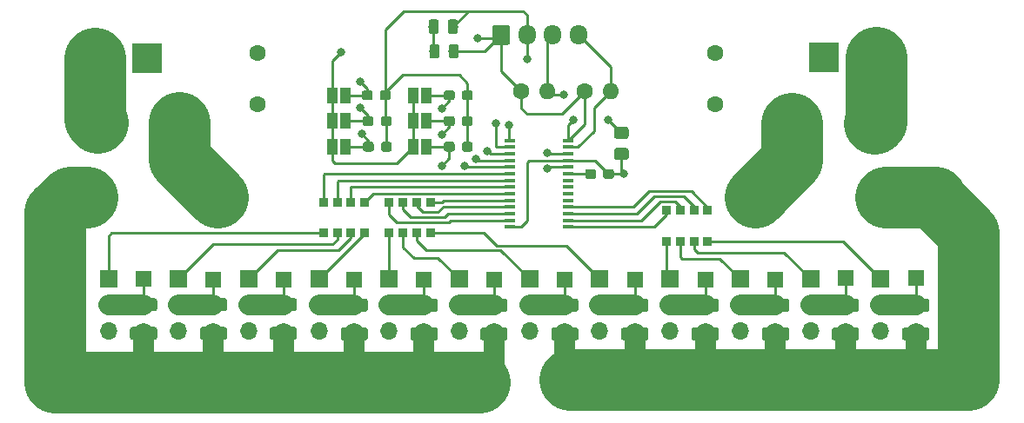
<source format=gbr>
G04 #@! TF.GenerationSoftware,KiCad,Pcbnew,(5.1.2)-2*
G04 #@! TF.CreationDate,2019-10-27T19:51:02+01:00*
G04 #@! TF.ProjectId,Servo_PCB,53657276-6f5f-4504-9342-2e6b69636164,rev?*
G04 #@! TF.SameCoordinates,Original*
G04 #@! TF.FileFunction,Copper,L1,Top*
G04 #@! TF.FilePolarity,Positive*
%FSLAX46Y46*%
G04 Gerber Fmt 4.6, Leading zero omitted, Abs format (unit mm)*
G04 Created by KiCad (PCBNEW (5.1.2)-2) date 2019-10-27 19:51:02*
%MOMM*%
%LPD*%
G04 APERTURE LIST*
%ADD10R,1.500000X1.500000*%
%ADD11O,1.700000X1.700000*%
%ADD12R,1.700000X1.700000*%
%ADD13C,0.100000*%
%ADD14C,1.250000*%
%ADD15C,1.150000*%
%ADD16C,1.600000*%
%ADD17O,3.200000X3.200000*%
%ADD18R,3.200000X3.200000*%
%ADD19O,5.300000X3.800000*%
%ADD20O,5.500000X3.800000*%
%ADD21R,3.000000X3.000000*%
%ADD22C,3.000000*%
%ADD23C,1.700000*%
%ADD24O,1.700000X1.950000*%
%ADD25R,1.000000X1.500000*%
%ADD26R,1.100000X0.400000*%
%ADD27C,0.975000*%
%ADD28C,0.950000*%
%ADD29O,1.600000X1.600000*%
%ADD30R,0.900000X0.900000*%
%ADD31C,0.800000*%
%ADD32C,0.250000*%
%ADD33C,2.000000*%
%ADD34C,6.000000*%
G04 APERTURE END LIST*
D10*
X141250000Y-87400000D03*
X141250000Y-95000000D03*
X134400000Y-87400000D03*
X134400000Y-95000000D03*
X127600000Y-87600000D03*
X127600000Y-95000000D03*
X120750000Y-87600000D03*
X120750000Y-95000000D03*
X113900000Y-87600000D03*
X113900000Y-95000000D03*
X107100000Y-87600000D03*
X107100000Y-95000000D03*
X100200000Y-87600000D03*
X100200000Y-95000000D03*
X93400000Y-87600000D03*
X86600000Y-95000000D03*
X86600000Y-87550000D03*
X93400000Y-95000000D03*
X79750000Y-87550000D03*
X79700000Y-95000000D03*
X72900000Y-87550000D03*
X72900000Y-95000000D03*
X66100000Y-87500000D03*
X66100000Y-95000000D03*
D11*
X137850000Y-92580000D03*
X137850000Y-90040000D03*
D12*
X137850000Y-87500000D03*
D11*
X131000000Y-92580000D03*
X131000000Y-90040000D03*
D12*
X131000000Y-87500000D03*
D11*
X124150000Y-92580000D03*
X124150000Y-90040000D03*
D12*
X124150000Y-87500000D03*
D11*
X117350000Y-92580000D03*
X117350000Y-90040000D03*
D12*
X117350000Y-87500000D03*
D11*
X110500000Y-92580000D03*
X110500000Y-90040000D03*
D12*
X110500000Y-87500000D03*
D11*
X103650000Y-92580000D03*
X103650000Y-90040000D03*
D12*
X103650000Y-87500000D03*
D11*
X96800000Y-92580000D03*
X96800000Y-90040000D03*
D12*
X96800000Y-87500000D03*
D11*
X90000000Y-92580000D03*
X90000000Y-90040000D03*
D12*
X90000000Y-87500000D03*
D11*
X83200000Y-92580000D03*
X83200000Y-90040000D03*
D12*
X83200000Y-87500000D03*
D11*
X76300000Y-92580000D03*
X76300000Y-90040000D03*
D12*
X76300000Y-87500000D03*
D11*
X69500000Y-92580000D03*
X69500000Y-90040000D03*
D12*
X69500000Y-87500000D03*
D11*
X62700000Y-92580000D03*
X62700000Y-90040000D03*
D12*
X62700000Y-87500000D03*
D13*
G36*
X142349504Y-89426204D02*
G01*
X142373773Y-89429804D01*
X142397571Y-89435765D01*
X142420671Y-89444030D01*
X142442849Y-89454520D01*
X142463893Y-89467133D01*
X142483598Y-89481747D01*
X142501777Y-89498223D01*
X142518253Y-89516402D01*
X142532867Y-89536107D01*
X142545480Y-89557151D01*
X142555970Y-89579329D01*
X142564235Y-89602429D01*
X142570196Y-89626227D01*
X142573796Y-89650496D01*
X142575000Y-89675000D01*
X142575000Y-90425000D01*
X142573796Y-90449504D01*
X142570196Y-90473773D01*
X142564235Y-90497571D01*
X142555970Y-90520671D01*
X142545480Y-90542849D01*
X142532867Y-90563893D01*
X142518253Y-90583598D01*
X142501777Y-90601777D01*
X142483598Y-90618253D01*
X142463893Y-90632867D01*
X142442849Y-90645480D01*
X142420671Y-90655970D01*
X142397571Y-90664235D01*
X142373773Y-90670196D01*
X142349504Y-90673796D01*
X142325000Y-90675000D01*
X140175000Y-90675000D01*
X140150496Y-90673796D01*
X140126227Y-90670196D01*
X140102429Y-90664235D01*
X140079329Y-90655970D01*
X140057151Y-90645480D01*
X140036107Y-90632867D01*
X140016402Y-90618253D01*
X139998223Y-90601777D01*
X139981747Y-90583598D01*
X139967133Y-90563893D01*
X139954520Y-90542849D01*
X139944030Y-90520671D01*
X139935765Y-90497571D01*
X139929804Y-90473773D01*
X139926204Y-90449504D01*
X139925000Y-90425000D01*
X139925000Y-89675000D01*
X139926204Y-89650496D01*
X139929804Y-89626227D01*
X139935765Y-89602429D01*
X139944030Y-89579329D01*
X139954520Y-89557151D01*
X139967133Y-89536107D01*
X139981747Y-89516402D01*
X139998223Y-89498223D01*
X140016402Y-89481747D01*
X140036107Y-89467133D01*
X140057151Y-89454520D01*
X140079329Y-89444030D01*
X140102429Y-89435765D01*
X140126227Y-89429804D01*
X140150496Y-89426204D01*
X140175000Y-89425000D01*
X142325000Y-89425000D01*
X142349504Y-89426204D01*
X142349504Y-89426204D01*
G37*
D14*
X141250000Y-90050000D03*
D13*
G36*
X142349504Y-92226204D02*
G01*
X142373773Y-92229804D01*
X142397571Y-92235765D01*
X142420671Y-92244030D01*
X142442849Y-92254520D01*
X142463893Y-92267133D01*
X142483598Y-92281747D01*
X142501777Y-92298223D01*
X142518253Y-92316402D01*
X142532867Y-92336107D01*
X142545480Y-92357151D01*
X142555970Y-92379329D01*
X142564235Y-92402429D01*
X142570196Y-92426227D01*
X142573796Y-92450496D01*
X142575000Y-92475000D01*
X142575000Y-93225000D01*
X142573796Y-93249504D01*
X142570196Y-93273773D01*
X142564235Y-93297571D01*
X142555970Y-93320671D01*
X142545480Y-93342849D01*
X142532867Y-93363893D01*
X142518253Y-93383598D01*
X142501777Y-93401777D01*
X142483598Y-93418253D01*
X142463893Y-93432867D01*
X142442849Y-93445480D01*
X142420671Y-93455970D01*
X142397571Y-93464235D01*
X142373773Y-93470196D01*
X142349504Y-93473796D01*
X142325000Y-93475000D01*
X140175000Y-93475000D01*
X140150496Y-93473796D01*
X140126227Y-93470196D01*
X140102429Y-93464235D01*
X140079329Y-93455970D01*
X140057151Y-93445480D01*
X140036107Y-93432867D01*
X140016402Y-93418253D01*
X139998223Y-93401777D01*
X139981747Y-93383598D01*
X139967133Y-93363893D01*
X139954520Y-93342849D01*
X139944030Y-93320671D01*
X139935765Y-93297571D01*
X139929804Y-93273773D01*
X139926204Y-93249504D01*
X139925000Y-93225000D01*
X139925000Y-92475000D01*
X139926204Y-92450496D01*
X139929804Y-92426227D01*
X139935765Y-92402429D01*
X139944030Y-92379329D01*
X139954520Y-92357151D01*
X139967133Y-92336107D01*
X139981747Y-92316402D01*
X139998223Y-92298223D01*
X140016402Y-92281747D01*
X140036107Y-92267133D01*
X140057151Y-92254520D01*
X140079329Y-92244030D01*
X140102429Y-92235765D01*
X140126227Y-92229804D01*
X140150496Y-92226204D01*
X140175000Y-92225000D01*
X142325000Y-92225000D01*
X142349504Y-92226204D01*
X142349504Y-92226204D01*
G37*
D14*
X141250000Y-92850000D03*
D13*
G36*
X135499504Y-89426204D02*
G01*
X135523773Y-89429804D01*
X135547571Y-89435765D01*
X135570671Y-89444030D01*
X135592849Y-89454520D01*
X135613893Y-89467133D01*
X135633598Y-89481747D01*
X135651777Y-89498223D01*
X135668253Y-89516402D01*
X135682867Y-89536107D01*
X135695480Y-89557151D01*
X135705970Y-89579329D01*
X135714235Y-89602429D01*
X135720196Y-89626227D01*
X135723796Y-89650496D01*
X135725000Y-89675000D01*
X135725000Y-90425000D01*
X135723796Y-90449504D01*
X135720196Y-90473773D01*
X135714235Y-90497571D01*
X135705970Y-90520671D01*
X135695480Y-90542849D01*
X135682867Y-90563893D01*
X135668253Y-90583598D01*
X135651777Y-90601777D01*
X135633598Y-90618253D01*
X135613893Y-90632867D01*
X135592849Y-90645480D01*
X135570671Y-90655970D01*
X135547571Y-90664235D01*
X135523773Y-90670196D01*
X135499504Y-90673796D01*
X135475000Y-90675000D01*
X133325000Y-90675000D01*
X133300496Y-90673796D01*
X133276227Y-90670196D01*
X133252429Y-90664235D01*
X133229329Y-90655970D01*
X133207151Y-90645480D01*
X133186107Y-90632867D01*
X133166402Y-90618253D01*
X133148223Y-90601777D01*
X133131747Y-90583598D01*
X133117133Y-90563893D01*
X133104520Y-90542849D01*
X133094030Y-90520671D01*
X133085765Y-90497571D01*
X133079804Y-90473773D01*
X133076204Y-90449504D01*
X133075000Y-90425000D01*
X133075000Y-89675000D01*
X133076204Y-89650496D01*
X133079804Y-89626227D01*
X133085765Y-89602429D01*
X133094030Y-89579329D01*
X133104520Y-89557151D01*
X133117133Y-89536107D01*
X133131747Y-89516402D01*
X133148223Y-89498223D01*
X133166402Y-89481747D01*
X133186107Y-89467133D01*
X133207151Y-89454520D01*
X133229329Y-89444030D01*
X133252429Y-89435765D01*
X133276227Y-89429804D01*
X133300496Y-89426204D01*
X133325000Y-89425000D01*
X135475000Y-89425000D01*
X135499504Y-89426204D01*
X135499504Y-89426204D01*
G37*
D14*
X134400000Y-90050000D03*
D13*
G36*
X135499504Y-92226204D02*
G01*
X135523773Y-92229804D01*
X135547571Y-92235765D01*
X135570671Y-92244030D01*
X135592849Y-92254520D01*
X135613893Y-92267133D01*
X135633598Y-92281747D01*
X135651777Y-92298223D01*
X135668253Y-92316402D01*
X135682867Y-92336107D01*
X135695480Y-92357151D01*
X135705970Y-92379329D01*
X135714235Y-92402429D01*
X135720196Y-92426227D01*
X135723796Y-92450496D01*
X135725000Y-92475000D01*
X135725000Y-93225000D01*
X135723796Y-93249504D01*
X135720196Y-93273773D01*
X135714235Y-93297571D01*
X135705970Y-93320671D01*
X135695480Y-93342849D01*
X135682867Y-93363893D01*
X135668253Y-93383598D01*
X135651777Y-93401777D01*
X135633598Y-93418253D01*
X135613893Y-93432867D01*
X135592849Y-93445480D01*
X135570671Y-93455970D01*
X135547571Y-93464235D01*
X135523773Y-93470196D01*
X135499504Y-93473796D01*
X135475000Y-93475000D01*
X133325000Y-93475000D01*
X133300496Y-93473796D01*
X133276227Y-93470196D01*
X133252429Y-93464235D01*
X133229329Y-93455970D01*
X133207151Y-93445480D01*
X133186107Y-93432867D01*
X133166402Y-93418253D01*
X133148223Y-93401777D01*
X133131747Y-93383598D01*
X133117133Y-93363893D01*
X133104520Y-93342849D01*
X133094030Y-93320671D01*
X133085765Y-93297571D01*
X133079804Y-93273773D01*
X133076204Y-93249504D01*
X133075000Y-93225000D01*
X133075000Y-92475000D01*
X133076204Y-92450496D01*
X133079804Y-92426227D01*
X133085765Y-92402429D01*
X133094030Y-92379329D01*
X133104520Y-92357151D01*
X133117133Y-92336107D01*
X133131747Y-92316402D01*
X133148223Y-92298223D01*
X133166402Y-92281747D01*
X133186107Y-92267133D01*
X133207151Y-92254520D01*
X133229329Y-92244030D01*
X133252429Y-92235765D01*
X133276227Y-92229804D01*
X133300496Y-92226204D01*
X133325000Y-92225000D01*
X135475000Y-92225000D01*
X135499504Y-92226204D01*
X135499504Y-92226204D01*
G37*
D14*
X134400000Y-92850000D03*
D13*
G36*
X128699504Y-89426204D02*
G01*
X128723773Y-89429804D01*
X128747571Y-89435765D01*
X128770671Y-89444030D01*
X128792849Y-89454520D01*
X128813893Y-89467133D01*
X128833598Y-89481747D01*
X128851777Y-89498223D01*
X128868253Y-89516402D01*
X128882867Y-89536107D01*
X128895480Y-89557151D01*
X128905970Y-89579329D01*
X128914235Y-89602429D01*
X128920196Y-89626227D01*
X128923796Y-89650496D01*
X128925000Y-89675000D01*
X128925000Y-90425000D01*
X128923796Y-90449504D01*
X128920196Y-90473773D01*
X128914235Y-90497571D01*
X128905970Y-90520671D01*
X128895480Y-90542849D01*
X128882867Y-90563893D01*
X128868253Y-90583598D01*
X128851777Y-90601777D01*
X128833598Y-90618253D01*
X128813893Y-90632867D01*
X128792849Y-90645480D01*
X128770671Y-90655970D01*
X128747571Y-90664235D01*
X128723773Y-90670196D01*
X128699504Y-90673796D01*
X128675000Y-90675000D01*
X126525000Y-90675000D01*
X126500496Y-90673796D01*
X126476227Y-90670196D01*
X126452429Y-90664235D01*
X126429329Y-90655970D01*
X126407151Y-90645480D01*
X126386107Y-90632867D01*
X126366402Y-90618253D01*
X126348223Y-90601777D01*
X126331747Y-90583598D01*
X126317133Y-90563893D01*
X126304520Y-90542849D01*
X126294030Y-90520671D01*
X126285765Y-90497571D01*
X126279804Y-90473773D01*
X126276204Y-90449504D01*
X126275000Y-90425000D01*
X126275000Y-89675000D01*
X126276204Y-89650496D01*
X126279804Y-89626227D01*
X126285765Y-89602429D01*
X126294030Y-89579329D01*
X126304520Y-89557151D01*
X126317133Y-89536107D01*
X126331747Y-89516402D01*
X126348223Y-89498223D01*
X126366402Y-89481747D01*
X126386107Y-89467133D01*
X126407151Y-89454520D01*
X126429329Y-89444030D01*
X126452429Y-89435765D01*
X126476227Y-89429804D01*
X126500496Y-89426204D01*
X126525000Y-89425000D01*
X128675000Y-89425000D01*
X128699504Y-89426204D01*
X128699504Y-89426204D01*
G37*
D14*
X127600000Y-90050000D03*
D13*
G36*
X128699504Y-92226204D02*
G01*
X128723773Y-92229804D01*
X128747571Y-92235765D01*
X128770671Y-92244030D01*
X128792849Y-92254520D01*
X128813893Y-92267133D01*
X128833598Y-92281747D01*
X128851777Y-92298223D01*
X128868253Y-92316402D01*
X128882867Y-92336107D01*
X128895480Y-92357151D01*
X128905970Y-92379329D01*
X128914235Y-92402429D01*
X128920196Y-92426227D01*
X128923796Y-92450496D01*
X128925000Y-92475000D01*
X128925000Y-93225000D01*
X128923796Y-93249504D01*
X128920196Y-93273773D01*
X128914235Y-93297571D01*
X128905970Y-93320671D01*
X128895480Y-93342849D01*
X128882867Y-93363893D01*
X128868253Y-93383598D01*
X128851777Y-93401777D01*
X128833598Y-93418253D01*
X128813893Y-93432867D01*
X128792849Y-93445480D01*
X128770671Y-93455970D01*
X128747571Y-93464235D01*
X128723773Y-93470196D01*
X128699504Y-93473796D01*
X128675000Y-93475000D01*
X126525000Y-93475000D01*
X126500496Y-93473796D01*
X126476227Y-93470196D01*
X126452429Y-93464235D01*
X126429329Y-93455970D01*
X126407151Y-93445480D01*
X126386107Y-93432867D01*
X126366402Y-93418253D01*
X126348223Y-93401777D01*
X126331747Y-93383598D01*
X126317133Y-93363893D01*
X126304520Y-93342849D01*
X126294030Y-93320671D01*
X126285765Y-93297571D01*
X126279804Y-93273773D01*
X126276204Y-93249504D01*
X126275000Y-93225000D01*
X126275000Y-92475000D01*
X126276204Y-92450496D01*
X126279804Y-92426227D01*
X126285765Y-92402429D01*
X126294030Y-92379329D01*
X126304520Y-92357151D01*
X126317133Y-92336107D01*
X126331747Y-92316402D01*
X126348223Y-92298223D01*
X126366402Y-92281747D01*
X126386107Y-92267133D01*
X126407151Y-92254520D01*
X126429329Y-92244030D01*
X126452429Y-92235765D01*
X126476227Y-92229804D01*
X126500496Y-92226204D01*
X126525000Y-92225000D01*
X128675000Y-92225000D01*
X128699504Y-92226204D01*
X128699504Y-92226204D01*
G37*
D14*
X127600000Y-92850000D03*
D13*
G36*
X121849504Y-89426204D02*
G01*
X121873773Y-89429804D01*
X121897571Y-89435765D01*
X121920671Y-89444030D01*
X121942849Y-89454520D01*
X121963893Y-89467133D01*
X121983598Y-89481747D01*
X122001777Y-89498223D01*
X122018253Y-89516402D01*
X122032867Y-89536107D01*
X122045480Y-89557151D01*
X122055970Y-89579329D01*
X122064235Y-89602429D01*
X122070196Y-89626227D01*
X122073796Y-89650496D01*
X122075000Y-89675000D01*
X122075000Y-90425000D01*
X122073796Y-90449504D01*
X122070196Y-90473773D01*
X122064235Y-90497571D01*
X122055970Y-90520671D01*
X122045480Y-90542849D01*
X122032867Y-90563893D01*
X122018253Y-90583598D01*
X122001777Y-90601777D01*
X121983598Y-90618253D01*
X121963893Y-90632867D01*
X121942849Y-90645480D01*
X121920671Y-90655970D01*
X121897571Y-90664235D01*
X121873773Y-90670196D01*
X121849504Y-90673796D01*
X121825000Y-90675000D01*
X119675000Y-90675000D01*
X119650496Y-90673796D01*
X119626227Y-90670196D01*
X119602429Y-90664235D01*
X119579329Y-90655970D01*
X119557151Y-90645480D01*
X119536107Y-90632867D01*
X119516402Y-90618253D01*
X119498223Y-90601777D01*
X119481747Y-90583598D01*
X119467133Y-90563893D01*
X119454520Y-90542849D01*
X119444030Y-90520671D01*
X119435765Y-90497571D01*
X119429804Y-90473773D01*
X119426204Y-90449504D01*
X119425000Y-90425000D01*
X119425000Y-89675000D01*
X119426204Y-89650496D01*
X119429804Y-89626227D01*
X119435765Y-89602429D01*
X119444030Y-89579329D01*
X119454520Y-89557151D01*
X119467133Y-89536107D01*
X119481747Y-89516402D01*
X119498223Y-89498223D01*
X119516402Y-89481747D01*
X119536107Y-89467133D01*
X119557151Y-89454520D01*
X119579329Y-89444030D01*
X119602429Y-89435765D01*
X119626227Y-89429804D01*
X119650496Y-89426204D01*
X119675000Y-89425000D01*
X121825000Y-89425000D01*
X121849504Y-89426204D01*
X121849504Y-89426204D01*
G37*
D14*
X120750000Y-90050000D03*
D13*
G36*
X121849504Y-92226204D02*
G01*
X121873773Y-92229804D01*
X121897571Y-92235765D01*
X121920671Y-92244030D01*
X121942849Y-92254520D01*
X121963893Y-92267133D01*
X121983598Y-92281747D01*
X122001777Y-92298223D01*
X122018253Y-92316402D01*
X122032867Y-92336107D01*
X122045480Y-92357151D01*
X122055970Y-92379329D01*
X122064235Y-92402429D01*
X122070196Y-92426227D01*
X122073796Y-92450496D01*
X122075000Y-92475000D01*
X122075000Y-93225000D01*
X122073796Y-93249504D01*
X122070196Y-93273773D01*
X122064235Y-93297571D01*
X122055970Y-93320671D01*
X122045480Y-93342849D01*
X122032867Y-93363893D01*
X122018253Y-93383598D01*
X122001777Y-93401777D01*
X121983598Y-93418253D01*
X121963893Y-93432867D01*
X121942849Y-93445480D01*
X121920671Y-93455970D01*
X121897571Y-93464235D01*
X121873773Y-93470196D01*
X121849504Y-93473796D01*
X121825000Y-93475000D01*
X119675000Y-93475000D01*
X119650496Y-93473796D01*
X119626227Y-93470196D01*
X119602429Y-93464235D01*
X119579329Y-93455970D01*
X119557151Y-93445480D01*
X119536107Y-93432867D01*
X119516402Y-93418253D01*
X119498223Y-93401777D01*
X119481747Y-93383598D01*
X119467133Y-93363893D01*
X119454520Y-93342849D01*
X119444030Y-93320671D01*
X119435765Y-93297571D01*
X119429804Y-93273773D01*
X119426204Y-93249504D01*
X119425000Y-93225000D01*
X119425000Y-92475000D01*
X119426204Y-92450496D01*
X119429804Y-92426227D01*
X119435765Y-92402429D01*
X119444030Y-92379329D01*
X119454520Y-92357151D01*
X119467133Y-92336107D01*
X119481747Y-92316402D01*
X119498223Y-92298223D01*
X119516402Y-92281747D01*
X119536107Y-92267133D01*
X119557151Y-92254520D01*
X119579329Y-92244030D01*
X119602429Y-92235765D01*
X119626227Y-92229804D01*
X119650496Y-92226204D01*
X119675000Y-92225000D01*
X121825000Y-92225000D01*
X121849504Y-92226204D01*
X121849504Y-92226204D01*
G37*
D14*
X120750000Y-92850000D03*
D13*
G36*
X114999504Y-89426204D02*
G01*
X115023773Y-89429804D01*
X115047571Y-89435765D01*
X115070671Y-89444030D01*
X115092849Y-89454520D01*
X115113893Y-89467133D01*
X115133598Y-89481747D01*
X115151777Y-89498223D01*
X115168253Y-89516402D01*
X115182867Y-89536107D01*
X115195480Y-89557151D01*
X115205970Y-89579329D01*
X115214235Y-89602429D01*
X115220196Y-89626227D01*
X115223796Y-89650496D01*
X115225000Y-89675000D01*
X115225000Y-90425000D01*
X115223796Y-90449504D01*
X115220196Y-90473773D01*
X115214235Y-90497571D01*
X115205970Y-90520671D01*
X115195480Y-90542849D01*
X115182867Y-90563893D01*
X115168253Y-90583598D01*
X115151777Y-90601777D01*
X115133598Y-90618253D01*
X115113893Y-90632867D01*
X115092849Y-90645480D01*
X115070671Y-90655970D01*
X115047571Y-90664235D01*
X115023773Y-90670196D01*
X114999504Y-90673796D01*
X114975000Y-90675000D01*
X112825000Y-90675000D01*
X112800496Y-90673796D01*
X112776227Y-90670196D01*
X112752429Y-90664235D01*
X112729329Y-90655970D01*
X112707151Y-90645480D01*
X112686107Y-90632867D01*
X112666402Y-90618253D01*
X112648223Y-90601777D01*
X112631747Y-90583598D01*
X112617133Y-90563893D01*
X112604520Y-90542849D01*
X112594030Y-90520671D01*
X112585765Y-90497571D01*
X112579804Y-90473773D01*
X112576204Y-90449504D01*
X112575000Y-90425000D01*
X112575000Y-89675000D01*
X112576204Y-89650496D01*
X112579804Y-89626227D01*
X112585765Y-89602429D01*
X112594030Y-89579329D01*
X112604520Y-89557151D01*
X112617133Y-89536107D01*
X112631747Y-89516402D01*
X112648223Y-89498223D01*
X112666402Y-89481747D01*
X112686107Y-89467133D01*
X112707151Y-89454520D01*
X112729329Y-89444030D01*
X112752429Y-89435765D01*
X112776227Y-89429804D01*
X112800496Y-89426204D01*
X112825000Y-89425000D01*
X114975000Y-89425000D01*
X114999504Y-89426204D01*
X114999504Y-89426204D01*
G37*
D14*
X113900000Y-90050000D03*
D13*
G36*
X114999504Y-92226204D02*
G01*
X115023773Y-92229804D01*
X115047571Y-92235765D01*
X115070671Y-92244030D01*
X115092849Y-92254520D01*
X115113893Y-92267133D01*
X115133598Y-92281747D01*
X115151777Y-92298223D01*
X115168253Y-92316402D01*
X115182867Y-92336107D01*
X115195480Y-92357151D01*
X115205970Y-92379329D01*
X115214235Y-92402429D01*
X115220196Y-92426227D01*
X115223796Y-92450496D01*
X115225000Y-92475000D01*
X115225000Y-93225000D01*
X115223796Y-93249504D01*
X115220196Y-93273773D01*
X115214235Y-93297571D01*
X115205970Y-93320671D01*
X115195480Y-93342849D01*
X115182867Y-93363893D01*
X115168253Y-93383598D01*
X115151777Y-93401777D01*
X115133598Y-93418253D01*
X115113893Y-93432867D01*
X115092849Y-93445480D01*
X115070671Y-93455970D01*
X115047571Y-93464235D01*
X115023773Y-93470196D01*
X114999504Y-93473796D01*
X114975000Y-93475000D01*
X112825000Y-93475000D01*
X112800496Y-93473796D01*
X112776227Y-93470196D01*
X112752429Y-93464235D01*
X112729329Y-93455970D01*
X112707151Y-93445480D01*
X112686107Y-93432867D01*
X112666402Y-93418253D01*
X112648223Y-93401777D01*
X112631747Y-93383598D01*
X112617133Y-93363893D01*
X112604520Y-93342849D01*
X112594030Y-93320671D01*
X112585765Y-93297571D01*
X112579804Y-93273773D01*
X112576204Y-93249504D01*
X112575000Y-93225000D01*
X112575000Y-92475000D01*
X112576204Y-92450496D01*
X112579804Y-92426227D01*
X112585765Y-92402429D01*
X112594030Y-92379329D01*
X112604520Y-92357151D01*
X112617133Y-92336107D01*
X112631747Y-92316402D01*
X112648223Y-92298223D01*
X112666402Y-92281747D01*
X112686107Y-92267133D01*
X112707151Y-92254520D01*
X112729329Y-92244030D01*
X112752429Y-92235765D01*
X112776227Y-92229804D01*
X112800496Y-92226204D01*
X112825000Y-92225000D01*
X114975000Y-92225000D01*
X114999504Y-92226204D01*
X114999504Y-92226204D01*
G37*
D14*
X113900000Y-92850000D03*
D13*
G36*
X108199504Y-89426204D02*
G01*
X108223773Y-89429804D01*
X108247571Y-89435765D01*
X108270671Y-89444030D01*
X108292849Y-89454520D01*
X108313893Y-89467133D01*
X108333598Y-89481747D01*
X108351777Y-89498223D01*
X108368253Y-89516402D01*
X108382867Y-89536107D01*
X108395480Y-89557151D01*
X108405970Y-89579329D01*
X108414235Y-89602429D01*
X108420196Y-89626227D01*
X108423796Y-89650496D01*
X108425000Y-89675000D01*
X108425000Y-90425000D01*
X108423796Y-90449504D01*
X108420196Y-90473773D01*
X108414235Y-90497571D01*
X108405970Y-90520671D01*
X108395480Y-90542849D01*
X108382867Y-90563893D01*
X108368253Y-90583598D01*
X108351777Y-90601777D01*
X108333598Y-90618253D01*
X108313893Y-90632867D01*
X108292849Y-90645480D01*
X108270671Y-90655970D01*
X108247571Y-90664235D01*
X108223773Y-90670196D01*
X108199504Y-90673796D01*
X108175000Y-90675000D01*
X106025000Y-90675000D01*
X106000496Y-90673796D01*
X105976227Y-90670196D01*
X105952429Y-90664235D01*
X105929329Y-90655970D01*
X105907151Y-90645480D01*
X105886107Y-90632867D01*
X105866402Y-90618253D01*
X105848223Y-90601777D01*
X105831747Y-90583598D01*
X105817133Y-90563893D01*
X105804520Y-90542849D01*
X105794030Y-90520671D01*
X105785765Y-90497571D01*
X105779804Y-90473773D01*
X105776204Y-90449504D01*
X105775000Y-90425000D01*
X105775000Y-89675000D01*
X105776204Y-89650496D01*
X105779804Y-89626227D01*
X105785765Y-89602429D01*
X105794030Y-89579329D01*
X105804520Y-89557151D01*
X105817133Y-89536107D01*
X105831747Y-89516402D01*
X105848223Y-89498223D01*
X105866402Y-89481747D01*
X105886107Y-89467133D01*
X105907151Y-89454520D01*
X105929329Y-89444030D01*
X105952429Y-89435765D01*
X105976227Y-89429804D01*
X106000496Y-89426204D01*
X106025000Y-89425000D01*
X108175000Y-89425000D01*
X108199504Y-89426204D01*
X108199504Y-89426204D01*
G37*
D14*
X107100000Y-90050000D03*
D13*
G36*
X108199504Y-92226204D02*
G01*
X108223773Y-92229804D01*
X108247571Y-92235765D01*
X108270671Y-92244030D01*
X108292849Y-92254520D01*
X108313893Y-92267133D01*
X108333598Y-92281747D01*
X108351777Y-92298223D01*
X108368253Y-92316402D01*
X108382867Y-92336107D01*
X108395480Y-92357151D01*
X108405970Y-92379329D01*
X108414235Y-92402429D01*
X108420196Y-92426227D01*
X108423796Y-92450496D01*
X108425000Y-92475000D01*
X108425000Y-93225000D01*
X108423796Y-93249504D01*
X108420196Y-93273773D01*
X108414235Y-93297571D01*
X108405970Y-93320671D01*
X108395480Y-93342849D01*
X108382867Y-93363893D01*
X108368253Y-93383598D01*
X108351777Y-93401777D01*
X108333598Y-93418253D01*
X108313893Y-93432867D01*
X108292849Y-93445480D01*
X108270671Y-93455970D01*
X108247571Y-93464235D01*
X108223773Y-93470196D01*
X108199504Y-93473796D01*
X108175000Y-93475000D01*
X106025000Y-93475000D01*
X106000496Y-93473796D01*
X105976227Y-93470196D01*
X105952429Y-93464235D01*
X105929329Y-93455970D01*
X105907151Y-93445480D01*
X105886107Y-93432867D01*
X105866402Y-93418253D01*
X105848223Y-93401777D01*
X105831747Y-93383598D01*
X105817133Y-93363893D01*
X105804520Y-93342849D01*
X105794030Y-93320671D01*
X105785765Y-93297571D01*
X105779804Y-93273773D01*
X105776204Y-93249504D01*
X105775000Y-93225000D01*
X105775000Y-92475000D01*
X105776204Y-92450496D01*
X105779804Y-92426227D01*
X105785765Y-92402429D01*
X105794030Y-92379329D01*
X105804520Y-92357151D01*
X105817133Y-92336107D01*
X105831747Y-92316402D01*
X105848223Y-92298223D01*
X105866402Y-92281747D01*
X105886107Y-92267133D01*
X105907151Y-92254520D01*
X105929329Y-92244030D01*
X105952429Y-92235765D01*
X105976227Y-92229804D01*
X106000496Y-92226204D01*
X106025000Y-92225000D01*
X108175000Y-92225000D01*
X108199504Y-92226204D01*
X108199504Y-92226204D01*
G37*
D14*
X107100000Y-92850000D03*
D13*
G36*
X101299504Y-89426204D02*
G01*
X101323773Y-89429804D01*
X101347571Y-89435765D01*
X101370671Y-89444030D01*
X101392849Y-89454520D01*
X101413893Y-89467133D01*
X101433598Y-89481747D01*
X101451777Y-89498223D01*
X101468253Y-89516402D01*
X101482867Y-89536107D01*
X101495480Y-89557151D01*
X101505970Y-89579329D01*
X101514235Y-89602429D01*
X101520196Y-89626227D01*
X101523796Y-89650496D01*
X101525000Y-89675000D01*
X101525000Y-90425000D01*
X101523796Y-90449504D01*
X101520196Y-90473773D01*
X101514235Y-90497571D01*
X101505970Y-90520671D01*
X101495480Y-90542849D01*
X101482867Y-90563893D01*
X101468253Y-90583598D01*
X101451777Y-90601777D01*
X101433598Y-90618253D01*
X101413893Y-90632867D01*
X101392849Y-90645480D01*
X101370671Y-90655970D01*
X101347571Y-90664235D01*
X101323773Y-90670196D01*
X101299504Y-90673796D01*
X101275000Y-90675000D01*
X99125000Y-90675000D01*
X99100496Y-90673796D01*
X99076227Y-90670196D01*
X99052429Y-90664235D01*
X99029329Y-90655970D01*
X99007151Y-90645480D01*
X98986107Y-90632867D01*
X98966402Y-90618253D01*
X98948223Y-90601777D01*
X98931747Y-90583598D01*
X98917133Y-90563893D01*
X98904520Y-90542849D01*
X98894030Y-90520671D01*
X98885765Y-90497571D01*
X98879804Y-90473773D01*
X98876204Y-90449504D01*
X98875000Y-90425000D01*
X98875000Y-89675000D01*
X98876204Y-89650496D01*
X98879804Y-89626227D01*
X98885765Y-89602429D01*
X98894030Y-89579329D01*
X98904520Y-89557151D01*
X98917133Y-89536107D01*
X98931747Y-89516402D01*
X98948223Y-89498223D01*
X98966402Y-89481747D01*
X98986107Y-89467133D01*
X99007151Y-89454520D01*
X99029329Y-89444030D01*
X99052429Y-89435765D01*
X99076227Y-89429804D01*
X99100496Y-89426204D01*
X99125000Y-89425000D01*
X101275000Y-89425000D01*
X101299504Y-89426204D01*
X101299504Y-89426204D01*
G37*
D14*
X100200000Y-90050000D03*
D13*
G36*
X101299504Y-92226204D02*
G01*
X101323773Y-92229804D01*
X101347571Y-92235765D01*
X101370671Y-92244030D01*
X101392849Y-92254520D01*
X101413893Y-92267133D01*
X101433598Y-92281747D01*
X101451777Y-92298223D01*
X101468253Y-92316402D01*
X101482867Y-92336107D01*
X101495480Y-92357151D01*
X101505970Y-92379329D01*
X101514235Y-92402429D01*
X101520196Y-92426227D01*
X101523796Y-92450496D01*
X101525000Y-92475000D01*
X101525000Y-93225000D01*
X101523796Y-93249504D01*
X101520196Y-93273773D01*
X101514235Y-93297571D01*
X101505970Y-93320671D01*
X101495480Y-93342849D01*
X101482867Y-93363893D01*
X101468253Y-93383598D01*
X101451777Y-93401777D01*
X101433598Y-93418253D01*
X101413893Y-93432867D01*
X101392849Y-93445480D01*
X101370671Y-93455970D01*
X101347571Y-93464235D01*
X101323773Y-93470196D01*
X101299504Y-93473796D01*
X101275000Y-93475000D01*
X99125000Y-93475000D01*
X99100496Y-93473796D01*
X99076227Y-93470196D01*
X99052429Y-93464235D01*
X99029329Y-93455970D01*
X99007151Y-93445480D01*
X98986107Y-93432867D01*
X98966402Y-93418253D01*
X98948223Y-93401777D01*
X98931747Y-93383598D01*
X98917133Y-93363893D01*
X98904520Y-93342849D01*
X98894030Y-93320671D01*
X98885765Y-93297571D01*
X98879804Y-93273773D01*
X98876204Y-93249504D01*
X98875000Y-93225000D01*
X98875000Y-92475000D01*
X98876204Y-92450496D01*
X98879804Y-92426227D01*
X98885765Y-92402429D01*
X98894030Y-92379329D01*
X98904520Y-92357151D01*
X98917133Y-92336107D01*
X98931747Y-92316402D01*
X98948223Y-92298223D01*
X98966402Y-92281747D01*
X98986107Y-92267133D01*
X99007151Y-92254520D01*
X99029329Y-92244030D01*
X99052429Y-92235765D01*
X99076227Y-92229804D01*
X99100496Y-92226204D01*
X99125000Y-92225000D01*
X101275000Y-92225000D01*
X101299504Y-92226204D01*
X101299504Y-92226204D01*
G37*
D14*
X100200000Y-92850000D03*
D13*
G36*
X94499504Y-89426204D02*
G01*
X94523773Y-89429804D01*
X94547571Y-89435765D01*
X94570671Y-89444030D01*
X94592849Y-89454520D01*
X94613893Y-89467133D01*
X94633598Y-89481747D01*
X94651777Y-89498223D01*
X94668253Y-89516402D01*
X94682867Y-89536107D01*
X94695480Y-89557151D01*
X94705970Y-89579329D01*
X94714235Y-89602429D01*
X94720196Y-89626227D01*
X94723796Y-89650496D01*
X94725000Y-89675000D01*
X94725000Y-90425000D01*
X94723796Y-90449504D01*
X94720196Y-90473773D01*
X94714235Y-90497571D01*
X94705970Y-90520671D01*
X94695480Y-90542849D01*
X94682867Y-90563893D01*
X94668253Y-90583598D01*
X94651777Y-90601777D01*
X94633598Y-90618253D01*
X94613893Y-90632867D01*
X94592849Y-90645480D01*
X94570671Y-90655970D01*
X94547571Y-90664235D01*
X94523773Y-90670196D01*
X94499504Y-90673796D01*
X94475000Y-90675000D01*
X92325000Y-90675000D01*
X92300496Y-90673796D01*
X92276227Y-90670196D01*
X92252429Y-90664235D01*
X92229329Y-90655970D01*
X92207151Y-90645480D01*
X92186107Y-90632867D01*
X92166402Y-90618253D01*
X92148223Y-90601777D01*
X92131747Y-90583598D01*
X92117133Y-90563893D01*
X92104520Y-90542849D01*
X92094030Y-90520671D01*
X92085765Y-90497571D01*
X92079804Y-90473773D01*
X92076204Y-90449504D01*
X92075000Y-90425000D01*
X92075000Y-89675000D01*
X92076204Y-89650496D01*
X92079804Y-89626227D01*
X92085765Y-89602429D01*
X92094030Y-89579329D01*
X92104520Y-89557151D01*
X92117133Y-89536107D01*
X92131747Y-89516402D01*
X92148223Y-89498223D01*
X92166402Y-89481747D01*
X92186107Y-89467133D01*
X92207151Y-89454520D01*
X92229329Y-89444030D01*
X92252429Y-89435765D01*
X92276227Y-89429804D01*
X92300496Y-89426204D01*
X92325000Y-89425000D01*
X94475000Y-89425000D01*
X94499504Y-89426204D01*
X94499504Y-89426204D01*
G37*
D14*
X93400000Y-90050000D03*
D13*
G36*
X94499504Y-92226204D02*
G01*
X94523773Y-92229804D01*
X94547571Y-92235765D01*
X94570671Y-92244030D01*
X94592849Y-92254520D01*
X94613893Y-92267133D01*
X94633598Y-92281747D01*
X94651777Y-92298223D01*
X94668253Y-92316402D01*
X94682867Y-92336107D01*
X94695480Y-92357151D01*
X94705970Y-92379329D01*
X94714235Y-92402429D01*
X94720196Y-92426227D01*
X94723796Y-92450496D01*
X94725000Y-92475000D01*
X94725000Y-93225000D01*
X94723796Y-93249504D01*
X94720196Y-93273773D01*
X94714235Y-93297571D01*
X94705970Y-93320671D01*
X94695480Y-93342849D01*
X94682867Y-93363893D01*
X94668253Y-93383598D01*
X94651777Y-93401777D01*
X94633598Y-93418253D01*
X94613893Y-93432867D01*
X94592849Y-93445480D01*
X94570671Y-93455970D01*
X94547571Y-93464235D01*
X94523773Y-93470196D01*
X94499504Y-93473796D01*
X94475000Y-93475000D01*
X92325000Y-93475000D01*
X92300496Y-93473796D01*
X92276227Y-93470196D01*
X92252429Y-93464235D01*
X92229329Y-93455970D01*
X92207151Y-93445480D01*
X92186107Y-93432867D01*
X92166402Y-93418253D01*
X92148223Y-93401777D01*
X92131747Y-93383598D01*
X92117133Y-93363893D01*
X92104520Y-93342849D01*
X92094030Y-93320671D01*
X92085765Y-93297571D01*
X92079804Y-93273773D01*
X92076204Y-93249504D01*
X92075000Y-93225000D01*
X92075000Y-92475000D01*
X92076204Y-92450496D01*
X92079804Y-92426227D01*
X92085765Y-92402429D01*
X92094030Y-92379329D01*
X92104520Y-92357151D01*
X92117133Y-92336107D01*
X92131747Y-92316402D01*
X92148223Y-92298223D01*
X92166402Y-92281747D01*
X92186107Y-92267133D01*
X92207151Y-92254520D01*
X92229329Y-92244030D01*
X92252429Y-92235765D01*
X92276227Y-92229804D01*
X92300496Y-92226204D01*
X92325000Y-92225000D01*
X94475000Y-92225000D01*
X94499504Y-92226204D01*
X94499504Y-92226204D01*
G37*
D14*
X93400000Y-92850000D03*
D13*
G36*
X87699504Y-89426204D02*
G01*
X87723773Y-89429804D01*
X87747571Y-89435765D01*
X87770671Y-89444030D01*
X87792849Y-89454520D01*
X87813893Y-89467133D01*
X87833598Y-89481747D01*
X87851777Y-89498223D01*
X87868253Y-89516402D01*
X87882867Y-89536107D01*
X87895480Y-89557151D01*
X87905970Y-89579329D01*
X87914235Y-89602429D01*
X87920196Y-89626227D01*
X87923796Y-89650496D01*
X87925000Y-89675000D01*
X87925000Y-90425000D01*
X87923796Y-90449504D01*
X87920196Y-90473773D01*
X87914235Y-90497571D01*
X87905970Y-90520671D01*
X87895480Y-90542849D01*
X87882867Y-90563893D01*
X87868253Y-90583598D01*
X87851777Y-90601777D01*
X87833598Y-90618253D01*
X87813893Y-90632867D01*
X87792849Y-90645480D01*
X87770671Y-90655970D01*
X87747571Y-90664235D01*
X87723773Y-90670196D01*
X87699504Y-90673796D01*
X87675000Y-90675000D01*
X85525000Y-90675000D01*
X85500496Y-90673796D01*
X85476227Y-90670196D01*
X85452429Y-90664235D01*
X85429329Y-90655970D01*
X85407151Y-90645480D01*
X85386107Y-90632867D01*
X85366402Y-90618253D01*
X85348223Y-90601777D01*
X85331747Y-90583598D01*
X85317133Y-90563893D01*
X85304520Y-90542849D01*
X85294030Y-90520671D01*
X85285765Y-90497571D01*
X85279804Y-90473773D01*
X85276204Y-90449504D01*
X85275000Y-90425000D01*
X85275000Y-89675000D01*
X85276204Y-89650496D01*
X85279804Y-89626227D01*
X85285765Y-89602429D01*
X85294030Y-89579329D01*
X85304520Y-89557151D01*
X85317133Y-89536107D01*
X85331747Y-89516402D01*
X85348223Y-89498223D01*
X85366402Y-89481747D01*
X85386107Y-89467133D01*
X85407151Y-89454520D01*
X85429329Y-89444030D01*
X85452429Y-89435765D01*
X85476227Y-89429804D01*
X85500496Y-89426204D01*
X85525000Y-89425000D01*
X87675000Y-89425000D01*
X87699504Y-89426204D01*
X87699504Y-89426204D01*
G37*
D14*
X86600000Y-90050000D03*
D13*
G36*
X87699504Y-92226204D02*
G01*
X87723773Y-92229804D01*
X87747571Y-92235765D01*
X87770671Y-92244030D01*
X87792849Y-92254520D01*
X87813893Y-92267133D01*
X87833598Y-92281747D01*
X87851777Y-92298223D01*
X87868253Y-92316402D01*
X87882867Y-92336107D01*
X87895480Y-92357151D01*
X87905970Y-92379329D01*
X87914235Y-92402429D01*
X87920196Y-92426227D01*
X87923796Y-92450496D01*
X87925000Y-92475000D01*
X87925000Y-93225000D01*
X87923796Y-93249504D01*
X87920196Y-93273773D01*
X87914235Y-93297571D01*
X87905970Y-93320671D01*
X87895480Y-93342849D01*
X87882867Y-93363893D01*
X87868253Y-93383598D01*
X87851777Y-93401777D01*
X87833598Y-93418253D01*
X87813893Y-93432867D01*
X87792849Y-93445480D01*
X87770671Y-93455970D01*
X87747571Y-93464235D01*
X87723773Y-93470196D01*
X87699504Y-93473796D01*
X87675000Y-93475000D01*
X85525000Y-93475000D01*
X85500496Y-93473796D01*
X85476227Y-93470196D01*
X85452429Y-93464235D01*
X85429329Y-93455970D01*
X85407151Y-93445480D01*
X85386107Y-93432867D01*
X85366402Y-93418253D01*
X85348223Y-93401777D01*
X85331747Y-93383598D01*
X85317133Y-93363893D01*
X85304520Y-93342849D01*
X85294030Y-93320671D01*
X85285765Y-93297571D01*
X85279804Y-93273773D01*
X85276204Y-93249504D01*
X85275000Y-93225000D01*
X85275000Y-92475000D01*
X85276204Y-92450496D01*
X85279804Y-92426227D01*
X85285765Y-92402429D01*
X85294030Y-92379329D01*
X85304520Y-92357151D01*
X85317133Y-92336107D01*
X85331747Y-92316402D01*
X85348223Y-92298223D01*
X85366402Y-92281747D01*
X85386107Y-92267133D01*
X85407151Y-92254520D01*
X85429329Y-92244030D01*
X85452429Y-92235765D01*
X85476227Y-92229804D01*
X85500496Y-92226204D01*
X85525000Y-92225000D01*
X87675000Y-92225000D01*
X87699504Y-92226204D01*
X87699504Y-92226204D01*
G37*
D14*
X86600000Y-92850000D03*
D13*
G36*
X80799504Y-89376204D02*
G01*
X80823773Y-89379804D01*
X80847571Y-89385765D01*
X80870671Y-89394030D01*
X80892849Y-89404520D01*
X80913893Y-89417133D01*
X80933598Y-89431747D01*
X80951777Y-89448223D01*
X80968253Y-89466402D01*
X80982867Y-89486107D01*
X80995480Y-89507151D01*
X81005970Y-89529329D01*
X81014235Y-89552429D01*
X81020196Y-89576227D01*
X81023796Y-89600496D01*
X81025000Y-89625000D01*
X81025000Y-90375000D01*
X81023796Y-90399504D01*
X81020196Y-90423773D01*
X81014235Y-90447571D01*
X81005970Y-90470671D01*
X80995480Y-90492849D01*
X80982867Y-90513893D01*
X80968253Y-90533598D01*
X80951777Y-90551777D01*
X80933598Y-90568253D01*
X80913893Y-90582867D01*
X80892849Y-90595480D01*
X80870671Y-90605970D01*
X80847571Y-90614235D01*
X80823773Y-90620196D01*
X80799504Y-90623796D01*
X80775000Y-90625000D01*
X78625000Y-90625000D01*
X78600496Y-90623796D01*
X78576227Y-90620196D01*
X78552429Y-90614235D01*
X78529329Y-90605970D01*
X78507151Y-90595480D01*
X78486107Y-90582867D01*
X78466402Y-90568253D01*
X78448223Y-90551777D01*
X78431747Y-90533598D01*
X78417133Y-90513893D01*
X78404520Y-90492849D01*
X78394030Y-90470671D01*
X78385765Y-90447571D01*
X78379804Y-90423773D01*
X78376204Y-90399504D01*
X78375000Y-90375000D01*
X78375000Y-89625000D01*
X78376204Y-89600496D01*
X78379804Y-89576227D01*
X78385765Y-89552429D01*
X78394030Y-89529329D01*
X78404520Y-89507151D01*
X78417133Y-89486107D01*
X78431747Y-89466402D01*
X78448223Y-89448223D01*
X78466402Y-89431747D01*
X78486107Y-89417133D01*
X78507151Y-89404520D01*
X78529329Y-89394030D01*
X78552429Y-89385765D01*
X78576227Y-89379804D01*
X78600496Y-89376204D01*
X78625000Y-89375000D01*
X80775000Y-89375000D01*
X80799504Y-89376204D01*
X80799504Y-89376204D01*
G37*
D14*
X79700000Y-90000000D03*
D13*
G36*
X80799504Y-92176204D02*
G01*
X80823773Y-92179804D01*
X80847571Y-92185765D01*
X80870671Y-92194030D01*
X80892849Y-92204520D01*
X80913893Y-92217133D01*
X80933598Y-92231747D01*
X80951777Y-92248223D01*
X80968253Y-92266402D01*
X80982867Y-92286107D01*
X80995480Y-92307151D01*
X81005970Y-92329329D01*
X81014235Y-92352429D01*
X81020196Y-92376227D01*
X81023796Y-92400496D01*
X81025000Y-92425000D01*
X81025000Y-93175000D01*
X81023796Y-93199504D01*
X81020196Y-93223773D01*
X81014235Y-93247571D01*
X81005970Y-93270671D01*
X80995480Y-93292849D01*
X80982867Y-93313893D01*
X80968253Y-93333598D01*
X80951777Y-93351777D01*
X80933598Y-93368253D01*
X80913893Y-93382867D01*
X80892849Y-93395480D01*
X80870671Y-93405970D01*
X80847571Y-93414235D01*
X80823773Y-93420196D01*
X80799504Y-93423796D01*
X80775000Y-93425000D01*
X78625000Y-93425000D01*
X78600496Y-93423796D01*
X78576227Y-93420196D01*
X78552429Y-93414235D01*
X78529329Y-93405970D01*
X78507151Y-93395480D01*
X78486107Y-93382867D01*
X78466402Y-93368253D01*
X78448223Y-93351777D01*
X78431747Y-93333598D01*
X78417133Y-93313893D01*
X78404520Y-93292849D01*
X78394030Y-93270671D01*
X78385765Y-93247571D01*
X78379804Y-93223773D01*
X78376204Y-93199504D01*
X78375000Y-93175000D01*
X78375000Y-92425000D01*
X78376204Y-92400496D01*
X78379804Y-92376227D01*
X78385765Y-92352429D01*
X78394030Y-92329329D01*
X78404520Y-92307151D01*
X78417133Y-92286107D01*
X78431747Y-92266402D01*
X78448223Y-92248223D01*
X78466402Y-92231747D01*
X78486107Y-92217133D01*
X78507151Y-92204520D01*
X78529329Y-92194030D01*
X78552429Y-92185765D01*
X78576227Y-92179804D01*
X78600496Y-92176204D01*
X78625000Y-92175000D01*
X80775000Y-92175000D01*
X80799504Y-92176204D01*
X80799504Y-92176204D01*
G37*
D14*
X79700000Y-92800000D03*
D13*
G36*
X73999504Y-89376204D02*
G01*
X74023773Y-89379804D01*
X74047571Y-89385765D01*
X74070671Y-89394030D01*
X74092849Y-89404520D01*
X74113893Y-89417133D01*
X74133598Y-89431747D01*
X74151777Y-89448223D01*
X74168253Y-89466402D01*
X74182867Y-89486107D01*
X74195480Y-89507151D01*
X74205970Y-89529329D01*
X74214235Y-89552429D01*
X74220196Y-89576227D01*
X74223796Y-89600496D01*
X74225000Y-89625000D01*
X74225000Y-90375000D01*
X74223796Y-90399504D01*
X74220196Y-90423773D01*
X74214235Y-90447571D01*
X74205970Y-90470671D01*
X74195480Y-90492849D01*
X74182867Y-90513893D01*
X74168253Y-90533598D01*
X74151777Y-90551777D01*
X74133598Y-90568253D01*
X74113893Y-90582867D01*
X74092849Y-90595480D01*
X74070671Y-90605970D01*
X74047571Y-90614235D01*
X74023773Y-90620196D01*
X73999504Y-90623796D01*
X73975000Y-90625000D01*
X71825000Y-90625000D01*
X71800496Y-90623796D01*
X71776227Y-90620196D01*
X71752429Y-90614235D01*
X71729329Y-90605970D01*
X71707151Y-90595480D01*
X71686107Y-90582867D01*
X71666402Y-90568253D01*
X71648223Y-90551777D01*
X71631747Y-90533598D01*
X71617133Y-90513893D01*
X71604520Y-90492849D01*
X71594030Y-90470671D01*
X71585765Y-90447571D01*
X71579804Y-90423773D01*
X71576204Y-90399504D01*
X71575000Y-90375000D01*
X71575000Y-89625000D01*
X71576204Y-89600496D01*
X71579804Y-89576227D01*
X71585765Y-89552429D01*
X71594030Y-89529329D01*
X71604520Y-89507151D01*
X71617133Y-89486107D01*
X71631747Y-89466402D01*
X71648223Y-89448223D01*
X71666402Y-89431747D01*
X71686107Y-89417133D01*
X71707151Y-89404520D01*
X71729329Y-89394030D01*
X71752429Y-89385765D01*
X71776227Y-89379804D01*
X71800496Y-89376204D01*
X71825000Y-89375000D01*
X73975000Y-89375000D01*
X73999504Y-89376204D01*
X73999504Y-89376204D01*
G37*
D14*
X72900000Y-90000000D03*
D13*
G36*
X73999504Y-92176204D02*
G01*
X74023773Y-92179804D01*
X74047571Y-92185765D01*
X74070671Y-92194030D01*
X74092849Y-92204520D01*
X74113893Y-92217133D01*
X74133598Y-92231747D01*
X74151777Y-92248223D01*
X74168253Y-92266402D01*
X74182867Y-92286107D01*
X74195480Y-92307151D01*
X74205970Y-92329329D01*
X74214235Y-92352429D01*
X74220196Y-92376227D01*
X74223796Y-92400496D01*
X74225000Y-92425000D01*
X74225000Y-93175000D01*
X74223796Y-93199504D01*
X74220196Y-93223773D01*
X74214235Y-93247571D01*
X74205970Y-93270671D01*
X74195480Y-93292849D01*
X74182867Y-93313893D01*
X74168253Y-93333598D01*
X74151777Y-93351777D01*
X74133598Y-93368253D01*
X74113893Y-93382867D01*
X74092849Y-93395480D01*
X74070671Y-93405970D01*
X74047571Y-93414235D01*
X74023773Y-93420196D01*
X73999504Y-93423796D01*
X73975000Y-93425000D01*
X71825000Y-93425000D01*
X71800496Y-93423796D01*
X71776227Y-93420196D01*
X71752429Y-93414235D01*
X71729329Y-93405970D01*
X71707151Y-93395480D01*
X71686107Y-93382867D01*
X71666402Y-93368253D01*
X71648223Y-93351777D01*
X71631747Y-93333598D01*
X71617133Y-93313893D01*
X71604520Y-93292849D01*
X71594030Y-93270671D01*
X71585765Y-93247571D01*
X71579804Y-93223773D01*
X71576204Y-93199504D01*
X71575000Y-93175000D01*
X71575000Y-92425000D01*
X71576204Y-92400496D01*
X71579804Y-92376227D01*
X71585765Y-92352429D01*
X71594030Y-92329329D01*
X71604520Y-92307151D01*
X71617133Y-92286107D01*
X71631747Y-92266402D01*
X71648223Y-92248223D01*
X71666402Y-92231747D01*
X71686107Y-92217133D01*
X71707151Y-92204520D01*
X71729329Y-92194030D01*
X71752429Y-92185765D01*
X71776227Y-92179804D01*
X71800496Y-92176204D01*
X71825000Y-92175000D01*
X73975000Y-92175000D01*
X73999504Y-92176204D01*
X73999504Y-92176204D01*
G37*
D14*
X72900000Y-92800000D03*
D13*
G36*
X67199504Y-89376204D02*
G01*
X67223773Y-89379804D01*
X67247571Y-89385765D01*
X67270671Y-89394030D01*
X67292849Y-89404520D01*
X67313893Y-89417133D01*
X67333598Y-89431747D01*
X67351777Y-89448223D01*
X67368253Y-89466402D01*
X67382867Y-89486107D01*
X67395480Y-89507151D01*
X67405970Y-89529329D01*
X67414235Y-89552429D01*
X67420196Y-89576227D01*
X67423796Y-89600496D01*
X67425000Y-89625000D01*
X67425000Y-90375000D01*
X67423796Y-90399504D01*
X67420196Y-90423773D01*
X67414235Y-90447571D01*
X67405970Y-90470671D01*
X67395480Y-90492849D01*
X67382867Y-90513893D01*
X67368253Y-90533598D01*
X67351777Y-90551777D01*
X67333598Y-90568253D01*
X67313893Y-90582867D01*
X67292849Y-90595480D01*
X67270671Y-90605970D01*
X67247571Y-90614235D01*
X67223773Y-90620196D01*
X67199504Y-90623796D01*
X67175000Y-90625000D01*
X65025000Y-90625000D01*
X65000496Y-90623796D01*
X64976227Y-90620196D01*
X64952429Y-90614235D01*
X64929329Y-90605970D01*
X64907151Y-90595480D01*
X64886107Y-90582867D01*
X64866402Y-90568253D01*
X64848223Y-90551777D01*
X64831747Y-90533598D01*
X64817133Y-90513893D01*
X64804520Y-90492849D01*
X64794030Y-90470671D01*
X64785765Y-90447571D01*
X64779804Y-90423773D01*
X64776204Y-90399504D01*
X64775000Y-90375000D01*
X64775000Y-89625000D01*
X64776204Y-89600496D01*
X64779804Y-89576227D01*
X64785765Y-89552429D01*
X64794030Y-89529329D01*
X64804520Y-89507151D01*
X64817133Y-89486107D01*
X64831747Y-89466402D01*
X64848223Y-89448223D01*
X64866402Y-89431747D01*
X64886107Y-89417133D01*
X64907151Y-89404520D01*
X64929329Y-89394030D01*
X64952429Y-89385765D01*
X64976227Y-89379804D01*
X65000496Y-89376204D01*
X65025000Y-89375000D01*
X67175000Y-89375000D01*
X67199504Y-89376204D01*
X67199504Y-89376204D01*
G37*
D14*
X66100000Y-90000000D03*
D13*
G36*
X67199504Y-92176204D02*
G01*
X67223773Y-92179804D01*
X67247571Y-92185765D01*
X67270671Y-92194030D01*
X67292849Y-92204520D01*
X67313893Y-92217133D01*
X67333598Y-92231747D01*
X67351777Y-92248223D01*
X67368253Y-92266402D01*
X67382867Y-92286107D01*
X67395480Y-92307151D01*
X67405970Y-92329329D01*
X67414235Y-92352429D01*
X67420196Y-92376227D01*
X67423796Y-92400496D01*
X67425000Y-92425000D01*
X67425000Y-93175000D01*
X67423796Y-93199504D01*
X67420196Y-93223773D01*
X67414235Y-93247571D01*
X67405970Y-93270671D01*
X67395480Y-93292849D01*
X67382867Y-93313893D01*
X67368253Y-93333598D01*
X67351777Y-93351777D01*
X67333598Y-93368253D01*
X67313893Y-93382867D01*
X67292849Y-93395480D01*
X67270671Y-93405970D01*
X67247571Y-93414235D01*
X67223773Y-93420196D01*
X67199504Y-93423796D01*
X67175000Y-93425000D01*
X65025000Y-93425000D01*
X65000496Y-93423796D01*
X64976227Y-93420196D01*
X64952429Y-93414235D01*
X64929329Y-93405970D01*
X64907151Y-93395480D01*
X64886107Y-93382867D01*
X64866402Y-93368253D01*
X64848223Y-93351777D01*
X64831747Y-93333598D01*
X64817133Y-93313893D01*
X64804520Y-93292849D01*
X64794030Y-93270671D01*
X64785765Y-93247571D01*
X64779804Y-93223773D01*
X64776204Y-93199504D01*
X64775000Y-93175000D01*
X64775000Y-92425000D01*
X64776204Y-92400496D01*
X64779804Y-92376227D01*
X64785765Y-92352429D01*
X64794030Y-92329329D01*
X64804520Y-92307151D01*
X64817133Y-92286107D01*
X64831747Y-92266402D01*
X64848223Y-92248223D01*
X64866402Y-92231747D01*
X64886107Y-92217133D01*
X64907151Y-92204520D01*
X64929329Y-92194030D01*
X64952429Y-92185765D01*
X64976227Y-92179804D01*
X65000496Y-92176204D01*
X65025000Y-92175000D01*
X67175000Y-92175000D01*
X67199504Y-92176204D01*
X67199504Y-92176204D01*
G37*
D14*
X66100000Y-92800000D03*
D13*
G36*
X113074505Y-72676204D02*
G01*
X113098773Y-72679804D01*
X113122572Y-72685765D01*
X113145671Y-72694030D01*
X113167850Y-72704520D01*
X113188893Y-72717132D01*
X113208599Y-72731747D01*
X113226777Y-72748223D01*
X113243253Y-72766401D01*
X113257868Y-72786107D01*
X113270480Y-72807150D01*
X113280970Y-72829329D01*
X113289235Y-72852428D01*
X113295196Y-72876227D01*
X113298796Y-72900495D01*
X113300000Y-72924999D01*
X113300000Y-73575001D01*
X113298796Y-73599505D01*
X113295196Y-73623773D01*
X113289235Y-73647572D01*
X113280970Y-73670671D01*
X113270480Y-73692850D01*
X113257868Y-73713893D01*
X113243253Y-73733599D01*
X113226777Y-73751777D01*
X113208599Y-73768253D01*
X113188893Y-73782868D01*
X113167850Y-73795480D01*
X113145671Y-73805970D01*
X113122572Y-73814235D01*
X113098773Y-73820196D01*
X113074505Y-73823796D01*
X113050001Y-73825000D01*
X112149999Y-73825000D01*
X112125495Y-73823796D01*
X112101227Y-73820196D01*
X112077428Y-73814235D01*
X112054329Y-73805970D01*
X112032150Y-73795480D01*
X112011107Y-73782868D01*
X111991401Y-73768253D01*
X111973223Y-73751777D01*
X111956747Y-73733599D01*
X111942132Y-73713893D01*
X111929520Y-73692850D01*
X111919030Y-73670671D01*
X111910765Y-73647572D01*
X111904804Y-73623773D01*
X111901204Y-73599505D01*
X111900000Y-73575001D01*
X111900000Y-72924999D01*
X111901204Y-72900495D01*
X111904804Y-72876227D01*
X111910765Y-72852428D01*
X111919030Y-72829329D01*
X111929520Y-72807150D01*
X111942132Y-72786107D01*
X111956747Y-72766401D01*
X111973223Y-72748223D01*
X111991401Y-72731747D01*
X112011107Y-72717132D01*
X112032150Y-72704520D01*
X112054329Y-72694030D01*
X112077428Y-72685765D01*
X112101227Y-72679804D01*
X112125495Y-72676204D01*
X112149999Y-72675000D01*
X113050001Y-72675000D01*
X113074505Y-72676204D01*
X113074505Y-72676204D01*
G37*
D15*
X112600000Y-73250000D03*
D13*
G36*
X113074505Y-74726204D02*
G01*
X113098773Y-74729804D01*
X113122572Y-74735765D01*
X113145671Y-74744030D01*
X113167850Y-74754520D01*
X113188893Y-74767132D01*
X113208599Y-74781747D01*
X113226777Y-74798223D01*
X113243253Y-74816401D01*
X113257868Y-74836107D01*
X113270480Y-74857150D01*
X113280970Y-74879329D01*
X113289235Y-74902428D01*
X113295196Y-74926227D01*
X113298796Y-74950495D01*
X113300000Y-74974999D01*
X113300000Y-75625001D01*
X113298796Y-75649505D01*
X113295196Y-75673773D01*
X113289235Y-75697572D01*
X113280970Y-75720671D01*
X113270480Y-75742850D01*
X113257868Y-75763893D01*
X113243253Y-75783599D01*
X113226777Y-75801777D01*
X113208599Y-75818253D01*
X113188893Y-75832868D01*
X113167850Y-75845480D01*
X113145671Y-75855970D01*
X113122572Y-75864235D01*
X113098773Y-75870196D01*
X113074505Y-75873796D01*
X113050001Y-75875000D01*
X112149999Y-75875000D01*
X112125495Y-75873796D01*
X112101227Y-75870196D01*
X112077428Y-75864235D01*
X112054329Y-75855970D01*
X112032150Y-75845480D01*
X112011107Y-75832868D01*
X111991401Y-75818253D01*
X111973223Y-75801777D01*
X111956747Y-75783599D01*
X111942132Y-75763893D01*
X111929520Y-75742850D01*
X111919030Y-75720671D01*
X111910765Y-75697572D01*
X111904804Y-75673773D01*
X111901204Y-75649505D01*
X111900000Y-75625001D01*
X111900000Y-74974999D01*
X111901204Y-74950495D01*
X111904804Y-74926227D01*
X111910765Y-74902428D01*
X111919030Y-74879329D01*
X111929520Y-74857150D01*
X111942132Y-74836107D01*
X111956747Y-74816401D01*
X111973223Y-74798223D01*
X111991401Y-74781747D01*
X112011107Y-74767132D01*
X112032150Y-74754520D01*
X112054329Y-74744030D01*
X112077428Y-74735765D01*
X112101227Y-74729804D01*
X112125495Y-74726204D01*
X112149999Y-74725000D01*
X113050001Y-74725000D01*
X113074505Y-74726204D01*
X113074505Y-74726204D01*
G37*
D15*
X112600000Y-75300000D03*
D16*
X77200000Y-65500000D03*
X77200000Y-70500000D03*
X121700000Y-70500000D03*
X121700000Y-65500000D03*
D17*
X73300000Y-79500000D03*
D18*
X60600000Y-79500000D03*
X138300000Y-79500000D03*
D17*
X125600000Y-79500000D03*
D19*
X61600000Y-72200000D03*
D20*
X69600000Y-72200000D03*
X129200000Y-72300000D03*
D19*
X137200000Y-72300000D03*
D21*
X66400000Y-66000000D03*
D22*
X61320000Y-66000000D03*
X137380000Y-65900000D03*
D21*
X132300000Y-65900000D03*
D13*
G36*
X101524504Y-62726204D02*
G01*
X101548773Y-62729804D01*
X101572571Y-62735765D01*
X101595671Y-62744030D01*
X101617849Y-62754520D01*
X101638893Y-62767133D01*
X101658598Y-62781747D01*
X101676777Y-62798223D01*
X101693253Y-62816402D01*
X101707867Y-62836107D01*
X101720480Y-62857151D01*
X101730970Y-62879329D01*
X101739235Y-62902429D01*
X101745196Y-62926227D01*
X101748796Y-62950496D01*
X101750000Y-62975000D01*
X101750000Y-64425000D01*
X101748796Y-64449504D01*
X101745196Y-64473773D01*
X101739235Y-64497571D01*
X101730970Y-64520671D01*
X101720480Y-64542849D01*
X101707867Y-64563893D01*
X101693253Y-64583598D01*
X101676777Y-64601777D01*
X101658598Y-64618253D01*
X101638893Y-64632867D01*
X101617849Y-64645480D01*
X101595671Y-64655970D01*
X101572571Y-64664235D01*
X101548773Y-64670196D01*
X101524504Y-64673796D01*
X101500000Y-64675000D01*
X100300000Y-64675000D01*
X100275496Y-64673796D01*
X100251227Y-64670196D01*
X100227429Y-64664235D01*
X100204329Y-64655970D01*
X100182151Y-64645480D01*
X100161107Y-64632867D01*
X100141402Y-64618253D01*
X100123223Y-64601777D01*
X100106747Y-64583598D01*
X100092133Y-64563893D01*
X100079520Y-64542849D01*
X100069030Y-64520671D01*
X100060765Y-64497571D01*
X100054804Y-64473773D01*
X100051204Y-64449504D01*
X100050000Y-64425000D01*
X100050000Y-62975000D01*
X100051204Y-62950496D01*
X100054804Y-62926227D01*
X100060765Y-62902429D01*
X100069030Y-62879329D01*
X100079520Y-62857151D01*
X100092133Y-62836107D01*
X100106747Y-62816402D01*
X100123223Y-62798223D01*
X100141402Y-62781747D01*
X100161107Y-62767133D01*
X100182151Y-62754520D01*
X100204329Y-62744030D01*
X100227429Y-62735765D01*
X100251227Y-62729804D01*
X100275496Y-62726204D01*
X100300000Y-62725000D01*
X101500000Y-62725000D01*
X101524504Y-62726204D01*
X101524504Y-62726204D01*
G37*
D23*
X100900000Y-63700000D03*
D24*
X103400000Y-63700000D03*
X105900000Y-63700000D03*
X108400000Y-63700000D03*
D25*
X84450000Y-69600000D03*
X85750000Y-69600000D03*
X85750000Y-72100000D03*
X84450000Y-72100000D03*
X85750000Y-74600000D03*
X84450000Y-74600000D03*
X92350000Y-69600000D03*
X93650000Y-69600000D03*
X92350000Y-72100000D03*
X93650000Y-72100000D03*
X93650000Y-74600000D03*
X92350000Y-74600000D03*
D26*
X101750000Y-73975000D03*
X101750000Y-74625000D03*
X101750000Y-75275000D03*
X101750000Y-75925000D03*
X101750000Y-76575000D03*
X101750000Y-77225000D03*
X101750000Y-77875000D03*
X101750000Y-78525000D03*
X101750000Y-79175000D03*
X101750000Y-79825000D03*
X101750000Y-80475000D03*
X101750000Y-81125000D03*
X101750000Y-81775000D03*
X101750000Y-82425000D03*
X107450000Y-82425000D03*
X107450000Y-81775000D03*
X107450000Y-81125000D03*
X107450000Y-80475000D03*
X107450000Y-79825000D03*
X107450000Y-79175000D03*
X107450000Y-78525000D03*
X107450000Y-77875000D03*
X107450000Y-77225000D03*
X107450000Y-76575000D03*
X107450000Y-75925000D03*
X107450000Y-75275000D03*
X107450000Y-74625000D03*
X107450000Y-73975000D03*
D13*
G36*
X94667642Y-64601174D02*
G01*
X94691303Y-64604684D01*
X94714507Y-64610496D01*
X94737029Y-64618554D01*
X94758653Y-64628782D01*
X94779170Y-64641079D01*
X94798383Y-64655329D01*
X94816107Y-64671393D01*
X94832171Y-64689117D01*
X94846421Y-64708330D01*
X94858718Y-64728847D01*
X94868946Y-64750471D01*
X94877004Y-64772993D01*
X94882816Y-64796197D01*
X94886326Y-64819858D01*
X94887500Y-64843750D01*
X94887500Y-65756250D01*
X94886326Y-65780142D01*
X94882816Y-65803803D01*
X94877004Y-65827007D01*
X94868946Y-65849529D01*
X94858718Y-65871153D01*
X94846421Y-65891670D01*
X94832171Y-65910883D01*
X94816107Y-65928607D01*
X94798383Y-65944671D01*
X94779170Y-65958921D01*
X94758653Y-65971218D01*
X94737029Y-65981446D01*
X94714507Y-65989504D01*
X94691303Y-65995316D01*
X94667642Y-65998826D01*
X94643750Y-66000000D01*
X94156250Y-66000000D01*
X94132358Y-65998826D01*
X94108697Y-65995316D01*
X94085493Y-65989504D01*
X94062971Y-65981446D01*
X94041347Y-65971218D01*
X94020830Y-65958921D01*
X94001617Y-65944671D01*
X93983893Y-65928607D01*
X93967829Y-65910883D01*
X93953579Y-65891670D01*
X93941282Y-65871153D01*
X93931054Y-65849529D01*
X93922996Y-65827007D01*
X93917184Y-65803803D01*
X93913674Y-65780142D01*
X93912500Y-65756250D01*
X93912500Y-64843750D01*
X93913674Y-64819858D01*
X93917184Y-64796197D01*
X93922996Y-64772993D01*
X93931054Y-64750471D01*
X93941282Y-64728847D01*
X93953579Y-64708330D01*
X93967829Y-64689117D01*
X93983893Y-64671393D01*
X94001617Y-64655329D01*
X94020830Y-64641079D01*
X94041347Y-64628782D01*
X94062971Y-64618554D01*
X94085493Y-64610496D01*
X94108697Y-64604684D01*
X94132358Y-64601174D01*
X94156250Y-64600000D01*
X94643750Y-64600000D01*
X94667642Y-64601174D01*
X94667642Y-64601174D01*
G37*
D27*
X94400000Y-65300000D03*
D13*
G36*
X96542642Y-64601174D02*
G01*
X96566303Y-64604684D01*
X96589507Y-64610496D01*
X96612029Y-64618554D01*
X96633653Y-64628782D01*
X96654170Y-64641079D01*
X96673383Y-64655329D01*
X96691107Y-64671393D01*
X96707171Y-64689117D01*
X96721421Y-64708330D01*
X96733718Y-64728847D01*
X96743946Y-64750471D01*
X96752004Y-64772993D01*
X96757816Y-64796197D01*
X96761326Y-64819858D01*
X96762500Y-64843750D01*
X96762500Y-65756250D01*
X96761326Y-65780142D01*
X96757816Y-65803803D01*
X96752004Y-65827007D01*
X96743946Y-65849529D01*
X96733718Y-65871153D01*
X96721421Y-65891670D01*
X96707171Y-65910883D01*
X96691107Y-65928607D01*
X96673383Y-65944671D01*
X96654170Y-65958921D01*
X96633653Y-65971218D01*
X96612029Y-65981446D01*
X96589507Y-65989504D01*
X96566303Y-65995316D01*
X96542642Y-65998826D01*
X96518750Y-66000000D01*
X96031250Y-66000000D01*
X96007358Y-65998826D01*
X95983697Y-65995316D01*
X95960493Y-65989504D01*
X95937971Y-65981446D01*
X95916347Y-65971218D01*
X95895830Y-65958921D01*
X95876617Y-65944671D01*
X95858893Y-65928607D01*
X95842829Y-65910883D01*
X95828579Y-65891670D01*
X95816282Y-65871153D01*
X95806054Y-65849529D01*
X95797996Y-65827007D01*
X95792184Y-65803803D01*
X95788674Y-65780142D01*
X95787500Y-65756250D01*
X95787500Y-64843750D01*
X95788674Y-64819858D01*
X95792184Y-64796197D01*
X95797996Y-64772993D01*
X95806054Y-64750471D01*
X95816282Y-64728847D01*
X95828579Y-64708330D01*
X95842829Y-64689117D01*
X95858893Y-64671393D01*
X95876617Y-64655329D01*
X95895830Y-64641079D01*
X95916347Y-64628782D01*
X95937971Y-64618554D01*
X95960493Y-64610496D01*
X95983697Y-64604684D01*
X96007358Y-64601174D01*
X96031250Y-64600000D01*
X96518750Y-64600000D01*
X96542642Y-64601174D01*
X96542642Y-64601174D01*
G37*
D27*
X96275000Y-65300000D03*
D13*
G36*
X109910779Y-76776144D02*
G01*
X109933834Y-76779563D01*
X109956443Y-76785227D01*
X109978387Y-76793079D01*
X109999457Y-76803044D01*
X110019448Y-76815026D01*
X110038168Y-76828910D01*
X110055438Y-76844562D01*
X110071090Y-76861832D01*
X110084974Y-76880552D01*
X110096956Y-76900543D01*
X110106921Y-76921613D01*
X110114773Y-76943557D01*
X110120437Y-76966166D01*
X110123856Y-76989221D01*
X110125000Y-77012500D01*
X110125000Y-77487500D01*
X110123856Y-77510779D01*
X110120437Y-77533834D01*
X110114773Y-77556443D01*
X110106921Y-77578387D01*
X110096956Y-77599457D01*
X110084974Y-77619448D01*
X110071090Y-77638168D01*
X110055438Y-77655438D01*
X110038168Y-77671090D01*
X110019448Y-77684974D01*
X109999457Y-77696956D01*
X109978387Y-77706921D01*
X109956443Y-77714773D01*
X109933834Y-77720437D01*
X109910779Y-77723856D01*
X109887500Y-77725000D01*
X109312500Y-77725000D01*
X109289221Y-77723856D01*
X109266166Y-77720437D01*
X109243557Y-77714773D01*
X109221613Y-77706921D01*
X109200543Y-77696956D01*
X109180552Y-77684974D01*
X109161832Y-77671090D01*
X109144562Y-77655438D01*
X109128910Y-77638168D01*
X109115026Y-77619448D01*
X109103044Y-77599457D01*
X109093079Y-77578387D01*
X109085227Y-77556443D01*
X109079563Y-77533834D01*
X109076144Y-77510779D01*
X109075000Y-77487500D01*
X109075000Y-77012500D01*
X109076144Y-76989221D01*
X109079563Y-76966166D01*
X109085227Y-76943557D01*
X109093079Y-76921613D01*
X109103044Y-76900543D01*
X109115026Y-76880552D01*
X109128910Y-76861832D01*
X109144562Y-76844562D01*
X109161832Y-76828910D01*
X109180552Y-76815026D01*
X109200543Y-76803044D01*
X109221613Y-76793079D01*
X109243557Y-76785227D01*
X109266166Y-76779563D01*
X109289221Y-76776144D01*
X109312500Y-76775000D01*
X109887500Y-76775000D01*
X109910779Y-76776144D01*
X109910779Y-76776144D01*
G37*
D28*
X109600000Y-77250000D03*
D13*
G36*
X111660779Y-76776144D02*
G01*
X111683834Y-76779563D01*
X111706443Y-76785227D01*
X111728387Y-76793079D01*
X111749457Y-76803044D01*
X111769448Y-76815026D01*
X111788168Y-76828910D01*
X111805438Y-76844562D01*
X111821090Y-76861832D01*
X111834974Y-76880552D01*
X111846956Y-76900543D01*
X111856921Y-76921613D01*
X111864773Y-76943557D01*
X111870437Y-76966166D01*
X111873856Y-76989221D01*
X111875000Y-77012500D01*
X111875000Y-77487500D01*
X111873856Y-77510779D01*
X111870437Y-77533834D01*
X111864773Y-77556443D01*
X111856921Y-77578387D01*
X111846956Y-77599457D01*
X111834974Y-77619448D01*
X111821090Y-77638168D01*
X111805438Y-77655438D01*
X111788168Y-77671090D01*
X111769448Y-77684974D01*
X111749457Y-77696956D01*
X111728387Y-77706921D01*
X111706443Y-77714773D01*
X111683834Y-77720437D01*
X111660779Y-77723856D01*
X111637500Y-77725000D01*
X111062500Y-77725000D01*
X111039221Y-77723856D01*
X111016166Y-77720437D01*
X110993557Y-77714773D01*
X110971613Y-77706921D01*
X110950543Y-77696956D01*
X110930552Y-77684974D01*
X110911832Y-77671090D01*
X110894562Y-77655438D01*
X110878910Y-77638168D01*
X110865026Y-77619448D01*
X110853044Y-77599457D01*
X110843079Y-77578387D01*
X110835227Y-77556443D01*
X110829563Y-77533834D01*
X110826144Y-77510779D01*
X110825000Y-77487500D01*
X110825000Y-77012500D01*
X110826144Y-76989221D01*
X110829563Y-76966166D01*
X110835227Y-76943557D01*
X110843079Y-76921613D01*
X110853044Y-76900543D01*
X110865026Y-76880552D01*
X110878910Y-76861832D01*
X110894562Y-76844562D01*
X110911832Y-76828910D01*
X110930552Y-76815026D01*
X110950543Y-76803044D01*
X110971613Y-76793079D01*
X110993557Y-76785227D01*
X111016166Y-76779563D01*
X111039221Y-76776144D01*
X111062500Y-76775000D01*
X111637500Y-76775000D01*
X111660779Y-76776144D01*
X111660779Y-76776144D01*
G37*
D28*
X111350000Y-77250000D03*
D13*
G36*
X89935779Y-69126144D02*
G01*
X89958834Y-69129563D01*
X89981443Y-69135227D01*
X90003387Y-69143079D01*
X90024457Y-69153044D01*
X90044448Y-69165026D01*
X90063168Y-69178910D01*
X90080438Y-69194562D01*
X90096090Y-69211832D01*
X90109974Y-69230552D01*
X90121956Y-69250543D01*
X90131921Y-69271613D01*
X90139773Y-69293557D01*
X90145437Y-69316166D01*
X90148856Y-69339221D01*
X90150000Y-69362500D01*
X90150000Y-69837500D01*
X90148856Y-69860779D01*
X90145437Y-69883834D01*
X90139773Y-69906443D01*
X90131921Y-69928387D01*
X90121956Y-69949457D01*
X90109974Y-69969448D01*
X90096090Y-69988168D01*
X90080438Y-70005438D01*
X90063168Y-70021090D01*
X90044448Y-70034974D01*
X90024457Y-70046956D01*
X90003387Y-70056921D01*
X89981443Y-70064773D01*
X89958834Y-70070437D01*
X89935779Y-70073856D01*
X89912500Y-70075000D01*
X89337500Y-70075000D01*
X89314221Y-70073856D01*
X89291166Y-70070437D01*
X89268557Y-70064773D01*
X89246613Y-70056921D01*
X89225543Y-70046956D01*
X89205552Y-70034974D01*
X89186832Y-70021090D01*
X89169562Y-70005438D01*
X89153910Y-69988168D01*
X89140026Y-69969448D01*
X89128044Y-69949457D01*
X89118079Y-69928387D01*
X89110227Y-69906443D01*
X89104563Y-69883834D01*
X89101144Y-69860779D01*
X89100000Y-69837500D01*
X89100000Y-69362500D01*
X89101144Y-69339221D01*
X89104563Y-69316166D01*
X89110227Y-69293557D01*
X89118079Y-69271613D01*
X89128044Y-69250543D01*
X89140026Y-69230552D01*
X89153910Y-69211832D01*
X89169562Y-69194562D01*
X89186832Y-69178910D01*
X89205552Y-69165026D01*
X89225543Y-69153044D01*
X89246613Y-69143079D01*
X89268557Y-69135227D01*
X89291166Y-69129563D01*
X89314221Y-69126144D01*
X89337500Y-69125000D01*
X89912500Y-69125000D01*
X89935779Y-69126144D01*
X89935779Y-69126144D01*
G37*
D28*
X89625000Y-69600000D03*
D13*
G36*
X88185779Y-69126144D02*
G01*
X88208834Y-69129563D01*
X88231443Y-69135227D01*
X88253387Y-69143079D01*
X88274457Y-69153044D01*
X88294448Y-69165026D01*
X88313168Y-69178910D01*
X88330438Y-69194562D01*
X88346090Y-69211832D01*
X88359974Y-69230552D01*
X88371956Y-69250543D01*
X88381921Y-69271613D01*
X88389773Y-69293557D01*
X88395437Y-69316166D01*
X88398856Y-69339221D01*
X88400000Y-69362500D01*
X88400000Y-69837500D01*
X88398856Y-69860779D01*
X88395437Y-69883834D01*
X88389773Y-69906443D01*
X88381921Y-69928387D01*
X88371956Y-69949457D01*
X88359974Y-69969448D01*
X88346090Y-69988168D01*
X88330438Y-70005438D01*
X88313168Y-70021090D01*
X88294448Y-70034974D01*
X88274457Y-70046956D01*
X88253387Y-70056921D01*
X88231443Y-70064773D01*
X88208834Y-70070437D01*
X88185779Y-70073856D01*
X88162500Y-70075000D01*
X87587500Y-70075000D01*
X87564221Y-70073856D01*
X87541166Y-70070437D01*
X87518557Y-70064773D01*
X87496613Y-70056921D01*
X87475543Y-70046956D01*
X87455552Y-70034974D01*
X87436832Y-70021090D01*
X87419562Y-70005438D01*
X87403910Y-69988168D01*
X87390026Y-69969448D01*
X87378044Y-69949457D01*
X87368079Y-69928387D01*
X87360227Y-69906443D01*
X87354563Y-69883834D01*
X87351144Y-69860779D01*
X87350000Y-69837500D01*
X87350000Y-69362500D01*
X87351144Y-69339221D01*
X87354563Y-69316166D01*
X87360227Y-69293557D01*
X87368079Y-69271613D01*
X87378044Y-69250543D01*
X87390026Y-69230552D01*
X87403910Y-69211832D01*
X87419562Y-69194562D01*
X87436832Y-69178910D01*
X87455552Y-69165026D01*
X87475543Y-69153044D01*
X87496613Y-69143079D01*
X87518557Y-69135227D01*
X87541166Y-69129563D01*
X87564221Y-69126144D01*
X87587500Y-69125000D01*
X88162500Y-69125000D01*
X88185779Y-69126144D01*
X88185779Y-69126144D01*
G37*
D28*
X87875000Y-69600000D03*
D13*
G36*
X88260779Y-71626144D02*
G01*
X88283834Y-71629563D01*
X88306443Y-71635227D01*
X88328387Y-71643079D01*
X88349457Y-71653044D01*
X88369448Y-71665026D01*
X88388168Y-71678910D01*
X88405438Y-71694562D01*
X88421090Y-71711832D01*
X88434974Y-71730552D01*
X88446956Y-71750543D01*
X88456921Y-71771613D01*
X88464773Y-71793557D01*
X88470437Y-71816166D01*
X88473856Y-71839221D01*
X88475000Y-71862500D01*
X88475000Y-72337500D01*
X88473856Y-72360779D01*
X88470437Y-72383834D01*
X88464773Y-72406443D01*
X88456921Y-72428387D01*
X88446956Y-72449457D01*
X88434974Y-72469448D01*
X88421090Y-72488168D01*
X88405438Y-72505438D01*
X88388168Y-72521090D01*
X88369448Y-72534974D01*
X88349457Y-72546956D01*
X88328387Y-72556921D01*
X88306443Y-72564773D01*
X88283834Y-72570437D01*
X88260779Y-72573856D01*
X88237500Y-72575000D01*
X87662500Y-72575000D01*
X87639221Y-72573856D01*
X87616166Y-72570437D01*
X87593557Y-72564773D01*
X87571613Y-72556921D01*
X87550543Y-72546956D01*
X87530552Y-72534974D01*
X87511832Y-72521090D01*
X87494562Y-72505438D01*
X87478910Y-72488168D01*
X87465026Y-72469448D01*
X87453044Y-72449457D01*
X87443079Y-72428387D01*
X87435227Y-72406443D01*
X87429563Y-72383834D01*
X87426144Y-72360779D01*
X87425000Y-72337500D01*
X87425000Y-71862500D01*
X87426144Y-71839221D01*
X87429563Y-71816166D01*
X87435227Y-71793557D01*
X87443079Y-71771613D01*
X87453044Y-71750543D01*
X87465026Y-71730552D01*
X87478910Y-71711832D01*
X87494562Y-71694562D01*
X87511832Y-71678910D01*
X87530552Y-71665026D01*
X87550543Y-71653044D01*
X87571613Y-71643079D01*
X87593557Y-71635227D01*
X87616166Y-71629563D01*
X87639221Y-71626144D01*
X87662500Y-71625000D01*
X88237500Y-71625000D01*
X88260779Y-71626144D01*
X88260779Y-71626144D01*
G37*
D28*
X87950000Y-72100000D03*
D13*
G36*
X90010779Y-71626144D02*
G01*
X90033834Y-71629563D01*
X90056443Y-71635227D01*
X90078387Y-71643079D01*
X90099457Y-71653044D01*
X90119448Y-71665026D01*
X90138168Y-71678910D01*
X90155438Y-71694562D01*
X90171090Y-71711832D01*
X90184974Y-71730552D01*
X90196956Y-71750543D01*
X90206921Y-71771613D01*
X90214773Y-71793557D01*
X90220437Y-71816166D01*
X90223856Y-71839221D01*
X90225000Y-71862500D01*
X90225000Y-72337500D01*
X90223856Y-72360779D01*
X90220437Y-72383834D01*
X90214773Y-72406443D01*
X90206921Y-72428387D01*
X90196956Y-72449457D01*
X90184974Y-72469448D01*
X90171090Y-72488168D01*
X90155438Y-72505438D01*
X90138168Y-72521090D01*
X90119448Y-72534974D01*
X90099457Y-72546956D01*
X90078387Y-72556921D01*
X90056443Y-72564773D01*
X90033834Y-72570437D01*
X90010779Y-72573856D01*
X89987500Y-72575000D01*
X89412500Y-72575000D01*
X89389221Y-72573856D01*
X89366166Y-72570437D01*
X89343557Y-72564773D01*
X89321613Y-72556921D01*
X89300543Y-72546956D01*
X89280552Y-72534974D01*
X89261832Y-72521090D01*
X89244562Y-72505438D01*
X89228910Y-72488168D01*
X89215026Y-72469448D01*
X89203044Y-72449457D01*
X89193079Y-72428387D01*
X89185227Y-72406443D01*
X89179563Y-72383834D01*
X89176144Y-72360779D01*
X89175000Y-72337500D01*
X89175000Y-71862500D01*
X89176144Y-71839221D01*
X89179563Y-71816166D01*
X89185227Y-71793557D01*
X89193079Y-71771613D01*
X89203044Y-71750543D01*
X89215026Y-71730552D01*
X89228910Y-71711832D01*
X89244562Y-71694562D01*
X89261832Y-71678910D01*
X89280552Y-71665026D01*
X89300543Y-71653044D01*
X89321613Y-71643079D01*
X89343557Y-71635227D01*
X89366166Y-71629563D01*
X89389221Y-71626144D01*
X89412500Y-71625000D01*
X89987500Y-71625000D01*
X90010779Y-71626144D01*
X90010779Y-71626144D01*
G37*
D28*
X89700000Y-72100000D03*
D13*
G36*
X90035779Y-74126144D02*
G01*
X90058834Y-74129563D01*
X90081443Y-74135227D01*
X90103387Y-74143079D01*
X90124457Y-74153044D01*
X90144448Y-74165026D01*
X90163168Y-74178910D01*
X90180438Y-74194562D01*
X90196090Y-74211832D01*
X90209974Y-74230552D01*
X90221956Y-74250543D01*
X90231921Y-74271613D01*
X90239773Y-74293557D01*
X90245437Y-74316166D01*
X90248856Y-74339221D01*
X90250000Y-74362500D01*
X90250000Y-74837500D01*
X90248856Y-74860779D01*
X90245437Y-74883834D01*
X90239773Y-74906443D01*
X90231921Y-74928387D01*
X90221956Y-74949457D01*
X90209974Y-74969448D01*
X90196090Y-74988168D01*
X90180438Y-75005438D01*
X90163168Y-75021090D01*
X90144448Y-75034974D01*
X90124457Y-75046956D01*
X90103387Y-75056921D01*
X90081443Y-75064773D01*
X90058834Y-75070437D01*
X90035779Y-75073856D01*
X90012500Y-75075000D01*
X89437500Y-75075000D01*
X89414221Y-75073856D01*
X89391166Y-75070437D01*
X89368557Y-75064773D01*
X89346613Y-75056921D01*
X89325543Y-75046956D01*
X89305552Y-75034974D01*
X89286832Y-75021090D01*
X89269562Y-75005438D01*
X89253910Y-74988168D01*
X89240026Y-74969448D01*
X89228044Y-74949457D01*
X89218079Y-74928387D01*
X89210227Y-74906443D01*
X89204563Y-74883834D01*
X89201144Y-74860779D01*
X89200000Y-74837500D01*
X89200000Y-74362500D01*
X89201144Y-74339221D01*
X89204563Y-74316166D01*
X89210227Y-74293557D01*
X89218079Y-74271613D01*
X89228044Y-74250543D01*
X89240026Y-74230552D01*
X89253910Y-74211832D01*
X89269562Y-74194562D01*
X89286832Y-74178910D01*
X89305552Y-74165026D01*
X89325543Y-74153044D01*
X89346613Y-74143079D01*
X89368557Y-74135227D01*
X89391166Y-74129563D01*
X89414221Y-74126144D01*
X89437500Y-74125000D01*
X90012500Y-74125000D01*
X90035779Y-74126144D01*
X90035779Y-74126144D01*
G37*
D28*
X89725000Y-74600000D03*
D13*
G36*
X88285779Y-74126144D02*
G01*
X88308834Y-74129563D01*
X88331443Y-74135227D01*
X88353387Y-74143079D01*
X88374457Y-74153044D01*
X88394448Y-74165026D01*
X88413168Y-74178910D01*
X88430438Y-74194562D01*
X88446090Y-74211832D01*
X88459974Y-74230552D01*
X88471956Y-74250543D01*
X88481921Y-74271613D01*
X88489773Y-74293557D01*
X88495437Y-74316166D01*
X88498856Y-74339221D01*
X88500000Y-74362500D01*
X88500000Y-74837500D01*
X88498856Y-74860779D01*
X88495437Y-74883834D01*
X88489773Y-74906443D01*
X88481921Y-74928387D01*
X88471956Y-74949457D01*
X88459974Y-74969448D01*
X88446090Y-74988168D01*
X88430438Y-75005438D01*
X88413168Y-75021090D01*
X88394448Y-75034974D01*
X88374457Y-75046956D01*
X88353387Y-75056921D01*
X88331443Y-75064773D01*
X88308834Y-75070437D01*
X88285779Y-75073856D01*
X88262500Y-75075000D01*
X87687500Y-75075000D01*
X87664221Y-75073856D01*
X87641166Y-75070437D01*
X87618557Y-75064773D01*
X87596613Y-75056921D01*
X87575543Y-75046956D01*
X87555552Y-75034974D01*
X87536832Y-75021090D01*
X87519562Y-75005438D01*
X87503910Y-74988168D01*
X87490026Y-74969448D01*
X87478044Y-74949457D01*
X87468079Y-74928387D01*
X87460227Y-74906443D01*
X87454563Y-74883834D01*
X87451144Y-74860779D01*
X87450000Y-74837500D01*
X87450000Y-74362500D01*
X87451144Y-74339221D01*
X87454563Y-74316166D01*
X87460227Y-74293557D01*
X87468079Y-74271613D01*
X87478044Y-74250543D01*
X87490026Y-74230552D01*
X87503910Y-74211832D01*
X87519562Y-74194562D01*
X87536832Y-74178910D01*
X87555552Y-74165026D01*
X87575543Y-74153044D01*
X87596613Y-74143079D01*
X87618557Y-74135227D01*
X87641166Y-74129563D01*
X87664221Y-74126144D01*
X87687500Y-74125000D01*
X88262500Y-74125000D01*
X88285779Y-74126144D01*
X88285779Y-74126144D01*
G37*
D28*
X87975000Y-74600000D03*
D13*
G36*
X96160779Y-69126144D02*
G01*
X96183834Y-69129563D01*
X96206443Y-69135227D01*
X96228387Y-69143079D01*
X96249457Y-69153044D01*
X96269448Y-69165026D01*
X96288168Y-69178910D01*
X96305438Y-69194562D01*
X96321090Y-69211832D01*
X96334974Y-69230552D01*
X96346956Y-69250543D01*
X96356921Y-69271613D01*
X96364773Y-69293557D01*
X96370437Y-69316166D01*
X96373856Y-69339221D01*
X96375000Y-69362500D01*
X96375000Y-69837500D01*
X96373856Y-69860779D01*
X96370437Y-69883834D01*
X96364773Y-69906443D01*
X96356921Y-69928387D01*
X96346956Y-69949457D01*
X96334974Y-69969448D01*
X96321090Y-69988168D01*
X96305438Y-70005438D01*
X96288168Y-70021090D01*
X96269448Y-70034974D01*
X96249457Y-70046956D01*
X96228387Y-70056921D01*
X96206443Y-70064773D01*
X96183834Y-70070437D01*
X96160779Y-70073856D01*
X96137500Y-70075000D01*
X95562500Y-70075000D01*
X95539221Y-70073856D01*
X95516166Y-70070437D01*
X95493557Y-70064773D01*
X95471613Y-70056921D01*
X95450543Y-70046956D01*
X95430552Y-70034974D01*
X95411832Y-70021090D01*
X95394562Y-70005438D01*
X95378910Y-69988168D01*
X95365026Y-69969448D01*
X95353044Y-69949457D01*
X95343079Y-69928387D01*
X95335227Y-69906443D01*
X95329563Y-69883834D01*
X95326144Y-69860779D01*
X95325000Y-69837500D01*
X95325000Y-69362500D01*
X95326144Y-69339221D01*
X95329563Y-69316166D01*
X95335227Y-69293557D01*
X95343079Y-69271613D01*
X95353044Y-69250543D01*
X95365026Y-69230552D01*
X95378910Y-69211832D01*
X95394562Y-69194562D01*
X95411832Y-69178910D01*
X95430552Y-69165026D01*
X95450543Y-69153044D01*
X95471613Y-69143079D01*
X95493557Y-69135227D01*
X95516166Y-69129563D01*
X95539221Y-69126144D01*
X95562500Y-69125000D01*
X96137500Y-69125000D01*
X96160779Y-69126144D01*
X96160779Y-69126144D01*
G37*
D28*
X95850000Y-69600000D03*
D13*
G36*
X97910779Y-69126144D02*
G01*
X97933834Y-69129563D01*
X97956443Y-69135227D01*
X97978387Y-69143079D01*
X97999457Y-69153044D01*
X98019448Y-69165026D01*
X98038168Y-69178910D01*
X98055438Y-69194562D01*
X98071090Y-69211832D01*
X98084974Y-69230552D01*
X98096956Y-69250543D01*
X98106921Y-69271613D01*
X98114773Y-69293557D01*
X98120437Y-69316166D01*
X98123856Y-69339221D01*
X98125000Y-69362500D01*
X98125000Y-69837500D01*
X98123856Y-69860779D01*
X98120437Y-69883834D01*
X98114773Y-69906443D01*
X98106921Y-69928387D01*
X98096956Y-69949457D01*
X98084974Y-69969448D01*
X98071090Y-69988168D01*
X98055438Y-70005438D01*
X98038168Y-70021090D01*
X98019448Y-70034974D01*
X97999457Y-70046956D01*
X97978387Y-70056921D01*
X97956443Y-70064773D01*
X97933834Y-70070437D01*
X97910779Y-70073856D01*
X97887500Y-70075000D01*
X97312500Y-70075000D01*
X97289221Y-70073856D01*
X97266166Y-70070437D01*
X97243557Y-70064773D01*
X97221613Y-70056921D01*
X97200543Y-70046956D01*
X97180552Y-70034974D01*
X97161832Y-70021090D01*
X97144562Y-70005438D01*
X97128910Y-69988168D01*
X97115026Y-69969448D01*
X97103044Y-69949457D01*
X97093079Y-69928387D01*
X97085227Y-69906443D01*
X97079563Y-69883834D01*
X97076144Y-69860779D01*
X97075000Y-69837500D01*
X97075000Y-69362500D01*
X97076144Y-69339221D01*
X97079563Y-69316166D01*
X97085227Y-69293557D01*
X97093079Y-69271613D01*
X97103044Y-69250543D01*
X97115026Y-69230552D01*
X97128910Y-69211832D01*
X97144562Y-69194562D01*
X97161832Y-69178910D01*
X97180552Y-69165026D01*
X97200543Y-69153044D01*
X97221613Y-69143079D01*
X97243557Y-69135227D01*
X97266166Y-69129563D01*
X97289221Y-69126144D01*
X97312500Y-69125000D01*
X97887500Y-69125000D01*
X97910779Y-69126144D01*
X97910779Y-69126144D01*
G37*
D28*
X97600000Y-69600000D03*
D13*
G36*
X96160779Y-71626144D02*
G01*
X96183834Y-71629563D01*
X96206443Y-71635227D01*
X96228387Y-71643079D01*
X96249457Y-71653044D01*
X96269448Y-71665026D01*
X96288168Y-71678910D01*
X96305438Y-71694562D01*
X96321090Y-71711832D01*
X96334974Y-71730552D01*
X96346956Y-71750543D01*
X96356921Y-71771613D01*
X96364773Y-71793557D01*
X96370437Y-71816166D01*
X96373856Y-71839221D01*
X96375000Y-71862500D01*
X96375000Y-72337500D01*
X96373856Y-72360779D01*
X96370437Y-72383834D01*
X96364773Y-72406443D01*
X96356921Y-72428387D01*
X96346956Y-72449457D01*
X96334974Y-72469448D01*
X96321090Y-72488168D01*
X96305438Y-72505438D01*
X96288168Y-72521090D01*
X96269448Y-72534974D01*
X96249457Y-72546956D01*
X96228387Y-72556921D01*
X96206443Y-72564773D01*
X96183834Y-72570437D01*
X96160779Y-72573856D01*
X96137500Y-72575000D01*
X95562500Y-72575000D01*
X95539221Y-72573856D01*
X95516166Y-72570437D01*
X95493557Y-72564773D01*
X95471613Y-72556921D01*
X95450543Y-72546956D01*
X95430552Y-72534974D01*
X95411832Y-72521090D01*
X95394562Y-72505438D01*
X95378910Y-72488168D01*
X95365026Y-72469448D01*
X95353044Y-72449457D01*
X95343079Y-72428387D01*
X95335227Y-72406443D01*
X95329563Y-72383834D01*
X95326144Y-72360779D01*
X95325000Y-72337500D01*
X95325000Y-71862500D01*
X95326144Y-71839221D01*
X95329563Y-71816166D01*
X95335227Y-71793557D01*
X95343079Y-71771613D01*
X95353044Y-71750543D01*
X95365026Y-71730552D01*
X95378910Y-71711832D01*
X95394562Y-71694562D01*
X95411832Y-71678910D01*
X95430552Y-71665026D01*
X95450543Y-71653044D01*
X95471613Y-71643079D01*
X95493557Y-71635227D01*
X95516166Y-71629563D01*
X95539221Y-71626144D01*
X95562500Y-71625000D01*
X96137500Y-71625000D01*
X96160779Y-71626144D01*
X96160779Y-71626144D01*
G37*
D28*
X95850000Y-72100000D03*
D13*
G36*
X97910779Y-71626144D02*
G01*
X97933834Y-71629563D01*
X97956443Y-71635227D01*
X97978387Y-71643079D01*
X97999457Y-71653044D01*
X98019448Y-71665026D01*
X98038168Y-71678910D01*
X98055438Y-71694562D01*
X98071090Y-71711832D01*
X98084974Y-71730552D01*
X98096956Y-71750543D01*
X98106921Y-71771613D01*
X98114773Y-71793557D01*
X98120437Y-71816166D01*
X98123856Y-71839221D01*
X98125000Y-71862500D01*
X98125000Y-72337500D01*
X98123856Y-72360779D01*
X98120437Y-72383834D01*
X98114773Y-72406443D01*
X98106921Y-72428387D01*
X98096956Y-72449457D01*
X98084974Y-72469448D01*
X98071090Y-72488168D01*
X98055438Y-72505438D01*
X98038168Y-72521090D01*
X98019448Y-72534974D01*
X97999457Y-72546956D01*
X97978387Y-72556921D01*
X97956443Y-72564773D01*
X97933834Y-72570437D01*
X97910779Y-72573856D01*
X97887500Y-72575000D01*
X97312500Y-72575000D01*
X97289221Y-72573856D01*
X97266166Y-72570437D01*
X97243557Y-72564773D01*
X97221613Y-72556921D01*
X97200543Y-72546956D01*
X97180552Y-72534974D01*
X97161832Y-72521090D01*
X97144562Y-72505438D01*
X97128910Y-72488168D01*
X97115026Y-72469448D01*
X97103044Y-72449457D01*
X97093079Y-72428387D01*
X97085227Y-72406443D01*
X97079563Y-72383834D01*
X97076144Y-72360779D01*
X97075000Y-72337500D01*
X97075000Y-71862500D01*
X97076144Y-71839221D01*
X97079563Y-71816166D01*
X97085227Y-71793557D01*
X97093079Y-71771613D01*
X97103044Y-71750543D01*
X97115026Y-71730552D01*
X97128910Y-71711832D01*
X97144562Y-71694562D01*
X97161832Y-71678910D01*
X97180552Y-71665026D01*
X97200543Y-71653044D01*
X97221613Y-71643079D01*
X97243557Y-71635227D01*
X97266166Y-71629563D01*
X97289221Y-71626144D01*
X97312500Y-71625000D01*
X97887500Y-71625000D01*
X97910779Y-71626144D01*
X97910779Y-71626144D01*
G37*
D28*
X97600000Y-72100000D03*
D13*
G36*
X97910779Y-74126144D02*
G01*
X97933834Y-74129563D01*
X97956443Y-74135227D01*
X97978387Y-74143079D01*
X97999457Y-74153044D01*
X98019448Y-74165026D01*
X98038168Y-74178910D01*
X98055438Y-74194562D01*
X98071090Y-74211832D01*
X98084974Y-74230552D01*
X98096956Y-74250543D01*
X98106921Y-74271613D01*
X98114773Y-74293557D01*
X98120437Y-74316166D01*
X98123856Y-74339221D01*
X98125000Y-74362500D01*
X98125000Y-74837500D01*
X98123856Y-74860779D01*
X98120437Y-74883834D01*
X98114773Y-74906443D01*
X98106921Y-74928387D01*
X98096956Y-74949457D01*
X98084974Y-74969448D01*
X98071090Y-74988168D01*
X98055438Y-75005438D01*
X98038168Y-75021090D01*
X98019448Y-75034974D01*
X97999457Y-75046956D01*
X97978387Y-75056921D01*
X97956443Y-75064773D01*
X97933834Y-75070437D01*
X97910779Y-75073856D01*
X97887500Y-75075000D01*
X97312500Y-75075000D01*
X97289221Y-75073856D01*
X97266166Y-75070437D01*
X97243557Y-75064773D01*
X97221613Y-75056921D01*
X97200543Y-75046956D01*
X97180552Y-75034974D01*
X97161832Y-75021090D01*
X97144562Y-75005438D01*
X97128910Y-74988168D01*
X97115026Y-74969448D01*
X97103044Y-74949457D01*
X97093079Y-74928387D01*
X97085227Y-74906443D01*
X97079563Y-74883834D01*
X97076144Y-74860779D01*
X97075000Y-74837500D01*
X97075000Y-74362500D01*
X97076144Y-74339221D01*
X97079563Y-74316166D01*
X97085227Y-74293557D01*
X97093079Y-74271613D01*
X97103044Y-74250543D01*
X97115026Y-74230552D01*
X97128910Y-74211832D01*
X97144562Y-74194562D01*
X97161832Y-74178910D01*
X97180552Y-74165026D01*
X97200543Y-74153044D01*
X97221613Y-74143079D01*
X97243557Y-74135227D01*
X97266166Y-74129563D01*
X97289221Y-74126144D01*
X97312500Y-74125000D01*
X97887500Y-74125000D01*
X97910779Y-74126144D01*
X97910779Y-74126144D01*
G37*
D28*
X97600000Y-74600000D03*
D13*
G36*
X96160779Y-74126144D02*
G01*
X96183834Y-74129563D01*
X96206443Y-74135227D01*
X96228387Y-74143079D01*
X96249457Y-74153044D01*
X96269448Y-74165026D01*
X96288168Y-74178910D01*
X96305438Y-74194562D01*
X96321090Y-74211832D01*
X96334974Y-74230552D01*
X96346956Y-74250543D01*
X96356921Y-74271613D01*
X96364773Y-74293557D01*
X96370437Y-74316166D01*
X96373856Y-74339221D01*
X96375000Y-74362500D01*
X96375000Y-74837500D01*
X96373856Y-74860779D01*
X96370437Y-74883834D01*
X96364773Y-74906443D01*
X96356921Y-74928387D01*
X96346956Y-74949457D01*
X96334974Y-74969448D01*
X96321090Y-74988168D01*
X96305438Y-75005438D01*
X96288168Y-75021090D01*
X96269448Y-75034974D01*
X96249457Y-75046956D01*
X96228387Y-75056921D01*
X96206443Y-75064773D01*
X96183834Y-75070437D01*
X96160779Y-75073856D01*
X96137500Y-75075000D01*
X95562500Y-75075000D01*
X95539221Y-75073856D01*
X95516166Y-75070437D01*
X95493557Y-75064773D01*
X95471613Y-75056921D01*
X95450543Y-75046956D01*
X95430552Y-75034974D01*
X95411832Y-75021090D01*
X95394562Y-75005438D01*
X95378910Y-74988168D01*
X95365026Y-74969448D01*
X95353044Y-74949457D01*
X95343079Y-74928387D01*
X95335227Y-74906443D01*
X95329563Y-74883834D01*
X95326144Y-74860779D01*
X95325000Y-74837500D01*
X95325000Y-74362500D01*
X95326144Y-74339221D01*
X95329563Y-74316166D01*
X95335227Y-74293557D01*
X95343079Y-74271613D01*
X95353044Y-74250543D01*
X95365026Y-74230552D01*
X95378910Y-74211832D01*
X95394562Y-74194562D01*
X95411832Y-74178910D01*
X95430552Y-74165026D01*
X95450543Y-74153044D01*
X95471613Y-74143079D01*
X95493557Y-74135227D01*
X95516166Y-74129563D01*
X95539221Y-74126144D01*
X95562500Y-74125000D01*
X96137500Y-74125000D01*
X96160779Y-74126144D01*
X96160779Y-74126144D01*
G37*
D28*
X95850000Y-74600000D03*
D13*
G36*
X94592642Y-62201174D02*
G01*
X94616303Y-62204684D01*
X94639507Y-62210496D01*
X94662029Y-62218554D01*
X94683653Y-62228782D01*
X94704170Y-62241079D01*
X94723383Y-62255329D01*
X94741107Y-62271393D01*
X94757171Y-62289117D01*
X94771421Y-62308330D01*
X94783718Y-62328847D01*
X94793946Y-62350471D01*
X94802004Y-62372993D01*
X94807816Y-62396197D01*
X94811326Y-62419858D01*
X94812500Y-62443750D01*
X94812500Y-63356250D01*
X94811326Y-63380142D01*
X94807816Y-63403803D01*
X94802004Y-63427007D01*
X94793946Y-63449529D01*
X94783718Y-63471153D01*
X94771421Y-63491670D01*
X94757171Y-63510883D01*
X94741107Y-63528607D01*
X94723383Y-63544671D01*
X94704170Y-63558921D01*
X94683653Y-63571218D01*
X94662029Y-63581446D01*
X94639507Y-63589504D01*
X94616303Y-63595316D01*
X94592642Y-63598826D01*
X94568750Y-63600000D01*
X94081250Y-63600000D01*
X94057358Y-63598826D01*
X94033697Y-63595316D01*
X94010493Y-63589504D01*
X93987971Y-63581446D01*
X93966347Y-63571218D01*
X93945830Y-63558921D01*
X93926617Y-63544671D01*
X93908893Y-63528607D01*
X93892829Y-63510883D01*
X93878579Y-63491670D01*
X93866282Y-63471153D01*
X93856054Y-63449529D01*
X93847996Y-63427007D01*
X93842184Y-63403803D01*
X93838674Y-63380142D01*
X93837500Y-63356250D01*
X93837500Y-62443750D01*
X93838674Y-62419858D01*
X93842184Y-62396197D01*
X93847996Y-62372993D01*
X93856054Y-62350471D01*
X93866282Y-62328847D01*
X93878579Y-62308330D01*
X93892829Y-62289117D01*
X93908893Y-62271393D01*
X93926617Y-62255329D01*
X93945830Y-62241079D01*
X93966347Y-62228782D01*
X93987971Y-62218554D01*
X94010493Y-62210496D01*
X94033697Y-62204684D01*
X94057358Y-62201174D01*
X94081250Y-62200000D01*
X94568750Y-62200000D01*
X94592642Y-62201174D01*
X94592642Y-62201174D01*
G37*
D27*
X94325000Y-62900000D03*
D13*
G36*
X96467642Y-62201174D02*
G01*
X96491303Y-62204684D01*
X96514507Y-62210496D01*
X96537029Y-62218554D01*
X96558653Y-62228782D01*
X96579170Y-62241079D01*
X96598383Y-62255329D01*
X96616107Y-62271393D01*
X96632171Y-62289117D01*
X96646421Y-62308330D01*
X96658718Y-62328847D01*
X96668946Y-62350471D01*
X96677004Y-62372993D01*
X96682816Y-62396197D01*
X96686326Y-62419858D01*
X96687500Y-62443750D01*
X96687500Y-63356250D01*
X96686326Y-63380142D01*
X96682816Y-63403803D01*
X96677004Y-63427007D01*
X96668946Y-63449529D01*
X96658718Y-63471153D01*
X96646421Y-63491670D01*
X96632171Y-63510883D01*
X96616107Y-63528607D01*
X96598383Y-63544671D01*
X96579170Y-63558921D01*
X96558653Y-63571218D01*
X96537029Y-63581446D01*
X96514507Y-63589504D01*
X96491303Y-63595316D01*
X96467642Y-63598826D01*
X96443750Y-63600000D01*
X95956250Y-63600000D01*
X95932358Y-63598826D01*
X95908697Y-63595316D01*
X95885493Y-63589504D01*
X95862971Y-63581446D01*
X95841347Y-63571218D01*
X95820830Y-63558921D01*
X95801617Y-63544671D01*
X95783893Y-63528607D01*
X95767829Y-63510883D01*
X95753579Y-63491670D01*
X95741282Y-63471153D01*
X95731054Y-63449529D01*
X95722996Y-63427007D01*
X95717184Y-63403803D01*
X95713674Y-63380142D01*
X95712500Y-63356250D01*
X95712500Y-62443750D01*
X95713674Y-62419858D01*
X95717184Y-62396197D01*
X95722996Y-62372993D01*
X95731054Y-62350471D01*
X95741282Y-62328847D01*
X95753579Y-62308330D01*
X95767829Y-62289117D01*
X95783893Y-62271393D01*
X95801617Y-62255329D01*
X95820830Y-62241079D01*
X95841347Y-62228782D01*
X95862971Y-62218554D01*
X95885493Y-62210496D01*
X95908697Y-62204684D01*
X95932358Y-62201174D01*
X95956250Y-62200000D01*
X96443750Y-62200000D01*
X96467642Y-62201174D01*
X96467642Y-62201174D01*
G37*
D27*
X96200000Y-62900000D03*
D29*
X105415001Y-69225001D03*
D16*
X102875001Y-69225001D03*
X109015001Y-69225001D03*
D29*
X111555001Y-69225001D03*
D30*
X94000000Y-80000000D03*
X90000000Y-80000000D03*
X92660000Y-80000000D03*
X91340000Y-80000000D03*
X92660000Y-83000000D03*
X94000000Y-83000000D03*
X90000000Y-83000000D03*
X91340000Y-83000000D03*
X87600000Y-80000000D03*
X83600000Y-80000000D03*
X86260000Y-80000000D03*
X84940000Y-80000000D03*
X86260000Y-83000000D03*
X87600000Y-83000000D03*
X83600000Y-83000000D03*
X84940000Y-83000000D03*
X118340000Y-83800000D03*
X117000000Y-83800000D03*
X121000000Y-83800000D03*
X119660000Y-83800000D03*
X118340000Y-80800000D03*
X119660000Y-80800000D03*
X117000000Y-80800000D03*
X121000000Y-80800000D03*
D31*
X85300000Y-65350000D03*
X98650000Y-64000000D03*
X107950000Y-72000000D03*
X111350000Y-72000000D03*
X103400000Y-66050000D03*
X112850000Y-77200000D03*
X105350000Y-75200000D03*
X106950000Y-69500000D03*
X87200000Y-68300000D03*
X101650000Y-72450000D03*
X87150000Y-70800000D03*
X100350000Y-72300000D03*
X87350000Y-73350000D03*
X99550000Y-75000000D03*
X95150000Y-70850000D03*
X98450000Y-75800000D03*
X97300000Y-76450000D03*
X95150000Y-73400000D03*
X95100000Y-76450000D03*
X105400000Y-76750000D03*
D32*
X84450000Y-69600000D02*
X84450000Y-72100000D01*
X84450000Y-72100000D02*
X84450000Y-74600000D01*
X92350000Y-69600000D02*
X92350000Y-72100000D01*
X92350000Y-72100000D02*
X92350000Y-74600000D01*
X99300000Y-65300000D02*
X100900000Y-63700000D01*
X96275000Y-65300000D02*
X99300000Y-65300000D01*
X84450000Y-74600000D02*
X84450000Y-76000000D01*
X84450000Y-76000000D02*
X84700000Y-76250000D01*
X90700000Y-76250000D02*
X92350000Y-74600000D01*
X84700000Y-76250000D02*
X90700000Y-76250000D01*
X84450000Y-69600000D02*
X84450000Y-66200000D01*
X84450000Y-66200000D02*
X85300000Y-65350000D01*
X100600000Y-64000000D02*
X100900000Y-63700000D01*
X98650000Y-64000000D02*
X100600000Y-64000000D01*
X100900000Y-67250000D02*
X102875001Y-69225001D01*
X100900000Y-63700000D02*
X100900000Y-67250000D01*
X109015001Y-72409999D02*
X107450000Y-73975000D01*
X109015001Y-69225001D02*
X109015001Y-72409999D01*
X102875001Y-69225001D02*
X102875001Y-70875001D01*
X102875001Y-70875001D02*
X103400000Y-71400000D01*
X106840002Y-71400000D02*
X109015001Y-69225001D01*
X103400000Y-71400000D02*
X106840002Y-71400000D01*
X107450000Y-73975000D02*
X107450000Y-72500000D01*
X107450000Y-72500000D02*
X107950000Y-72000000D01*
X111350000Y-72000000D02*
X112600000Y-73250000D01*
X89625000Y-72025000D02*
X89700000Y-72100000D01*
X89625000Y-69600000D02*
X89625000Y-72025000D01*
X89725000Y-72125000D02*
X89700000Y-72100000D01*
X89725000Y-74600000D02*
X89725000Y-72125000D01*
X97600000Y-69600000D02*
X97600000Y-72100000D01*
X97600000Y-72100000D02*
X97600000Y-74600000D01*
X103400000Y-63700000D02*
X103400000Y-61750000D01*
X103400000Y-61750000D02*
X103050000Y-61400000D01*
X97700000Y-61400000D02*
X96200000Y-62900000D01*
X103050000Y-61400000D02*
X97700000Y-61400000D01*
X97700000Y-61400000D02*
X91400000Y-61400000D01*
X89625000Y-63175000D02*
X89625000Y-69600000D01*
X91400000Y-61400000D02*
X89625000Y-63175000D01*
X89625000Y-69600000D02*
X89625000Y-69275000D01*
X89625000Y-69275000D02*
X91300000Y-67600000D01*
X91300000Y-67600000D02*
X96800000Y-67600000D01*
X97600000Y-68400000D02*
X97600000Y-69600000D01*
X96800000Y-67600000D02*
X97600000Y-68400000D01*
X103400000Y-63700000D02*
X103400000Y-66050000D01*
X112600000Y-76950000D02*
X112600000Y-75300000D01*
X112850000Y-77200000D02*
X112600000Y-76950000D01*
X111400000Y-77200000D02*
X111350000Y-77250000D01*
X112850000Y-77200000D02*
X111400000Y-77200000D01*
X110025000Y-75925000D02*
X111350000Y-77250000D01*
X107450000Y-75925000D02*
X110025000Y-75925000D01*
X107450000Y-75925000D02*
X103625000Y-75925000D01*
X103625000Y-75925000D02*
X103450000Y-76100000D01*
X103450000Y-76100000D02*
X103450000Y-81800000D01*
X102825000Y-82425000D02*
X101750000Y-82425000D01*
X103450000Y-81800000D02*
X102825000Y-82425000D01*
D33*
X66100000Y-95000000D02*
X66100000Y-92800000D01*
X72900000Y-92800000D02*
X72900000Y-95000000D01*
X79700000Y-92800000D02*
X79700000Y-95000000D01*
X86600000Y-92850000D02*
X86600000Y-95000000D01*
X93400000Y-92850000D02*
X93400000Y-95000000D01*
X100200000Y-92850000D02*
X100200000Y-95000000D01*
D34*
X60600000Y-79500000D02*
X59000000Y-79500000D01*
X59000000Y-79500000D02*
X57500000Y-81000000D01*
X57500000Y-81000000D02*
X57500000Y-97550000D01*
X57500000Y-97550000D02*
X98750000Y-97550000D01*
D33*
X100200000Y-96100000D02*
X98750000Y-97550000D01*
X100200000Y-95000000D02*
X100200000Y-96100000D01*
X107100000Y-92850000D02*
X107100000Y-95000000D01*
X113900000Y-92850000D02*
X113900000Y-95000000D01*
X120750000Y-92850000D02*
X120750000Y-95000000D01*
X127600000Y-92850000D02*
X127600000Y-95000000D01*
X134400000Y-92850000D02*
X134400000Y-95000000D01*
X141250000Y-92850000D02*
X141250000Y-95000000D01*
D34*
X138300000Y-79500000D02*
X142450000Y-79500000D01*
X142450000Y-79500000D02*
X143150000Y-79500000D01*
X142450000Y-79500000D02*
X142900000Y-79500000D01*
X142900000Y-79500000D02*
X146400000Y-83000000D01*
X146400000Y-83000000D02*
X146400000Y-97300000D01*
X146400000Y-97300000D02*
X107600000Y-97300000D01*
X69600000Y-75800000D02*
X73300000Y-79500000D01*
X69600000Y-72200000D02*
X69600000Y-75800000D01*
X129200000Y-75900000D02*
X125600000Y-79500000D01*
X129200000Y-72300000D02*
X129200000Y-75900000D01*
X61320000Y-71920000D02*
X61600000Y-72200000D01*
X61320000Y-66000000D02*
X61320000Y-71920000D01*
X137380000Y-72120000D02*
X137200000Y-72300000D01*
X137380000Y-65900000D02*
X137380000Y-72120000D01*
D32*
X105415001Y-64184999D02*
X105900000Y-63700000D01*
X105415001Y-69225001D02*
X105415001Y-64184999D01*
X107450000Y-75275000D02*
X105425000Y-75275000D01*
X105425000Y-75275000D02*
X105350000Y-75200000D01*
X105690000Y-69500000D02*
X105415001Y-69225001D01*
X106950000Y-69500000D02*
X105690000Y-69500000D01*
X111555001Y-66855001D02*
X108400000Y-63700000D01*
X111555001Y-69225001D02*
X111555001Y-66855001D01*
X107450000Y-74625000D02*
X108375000Y-74625000D01*
X108375000Y-74625000D02*
X109950000Y-73050000D01*
X109950000Y-70830002D02*
X111555001Y-69225001D01*
X109950000Y-73050000D02*
X109950000Y-70830002D01*
X83600000Y-83000000D02*
X63000000Y-83000000D01*
X62700000Y-83300000D02*
X62700000Y-87500000D01*
X63000000Y-83000000D02*
X62700000Y-83300000D01*
X84940000Y-83000000D02*
X84940000Y-83660000D01*
X84940000Y-83660000D02*
X84500000Y-84100000D01*
X72900000Y-84100000D02*
X69500000Y-87500000D01*
X84500000Y-84100000D02*
X72900000Y-84100000D01*
X86260000Y-83000000D02*
X86260000Y-83490000D01*
X86260000Y-83490000D02*
X85050000Y-84700000D01*
X79100000Y-84700000D02*
X76300000Y-87500000D01*
X85050000Y-84700000D02*
X79100000Y-84700000D01*
X87600000Y-83100000D02*
X83200000Y-87500000D01*
X87600000Y-83000000D02*
X87600000Y-83100000D01*
X90000000Y-83000000D02*
X90000000Y-87500000D01*
X91340000Y-83000000D02*
X91340000Y-84390000D01*
X91340000Y-84390000D02*
X92400000Y-85450000D01*
X94750000Y-85450000D02*
X96800000Y-87500000D01*
X92400000Y-85450000D02*
X94750000Y-85450000D01*
X92660000Y-83000000D02*
X92660000Y-83760000D01*
X92660000Y-83760000D02*
X93600000Y-84700000D01*
X100850000Y-84700000D02*
X103650000Y-87500000D01*
X93600000Y-84700000D02*
X100850000Y-84700000D01*
X94000000Y-83000000D02*
X99200000Y-83000000D01*
X99200000Y-83000000D02*
X100450000Y-84250000D01*
X107250000Y-84250000D02*
X110500000Y-87500000D01*
X100450000Y-84250000D02*
X107250000Y-84250000D01*
X117000000Y-87150000D02*
X117350000Y-87500000D01*
X117000000Y-83800000D02*
X117000000Y-87150000D01*
X118340000Y-83800000D02*
X118340000Y-85340000D01*
X118340000Y-85340000D02*
X118500000Y-85500000D01*
X122150000Y-85500000D02*
X124150000Y-87500000D01*
X118500000Y-85500000D02*
X122150000Y-85500000D01*
X119660000Y-83800000D02*
X119660000Y-84610000D01*
X119660000Y-84610000D02*
X120000000Y-84950000D01*
X128450000Y-84950000D02*
X131000000Y-87500000D01*
X120000000Y-84950000D02*
X128450000Y-84950000D01*
X134150000Y-83800000D02*
X137850000Y-87500000D01*
X121000000Y-83800000D02*
X134150000Y-83800000D01*
X87875000Y-69600000D02*
X85750000Y-69600000D01*
X87875000Y-69600000D02*
X87875000Y-68975000D01*
X87875000Y-68975000D02*
X87200000Y-68300000D01*
X101650000Y-73875000D02*
X101750000Y-73975000D01*
X101650000Y-72450000D02*
X101650000Y-73875000D01*
X85750000Y-72100000D02*
X87950000Y-72100000D01*
X87950000Y-72100000D02*
X87950000Y-71600000D01*
X87950000Y-71600000D02*
X87150000Y-70800000D01*
X100350000Y-72300000D02*
X100350000Y-74600000D01*
X101725000Y-74600000D02*
X101750000Y-74625000D01*
X100350000Y-74600000D02*
X101725000Y-74600000D01*
X87975000Y-74600000D02*
X87975000Y-73975000D01*
X87975000Y-73975000D02*
X87350000Y-73350000D01*
X99550000Y-75000000D02*
X99600000Y-75000000D01*
X99875000Y-75275000D02*
X101750000Y-75275000D01*
X99600000Y-75000000D02*
X99875000Y-75275000D01*
X87975000Y-74600000D02*
X85750000Y-74600000D01*
X95850000Y-69600000D02*
X95850000Y-70150000D01*
X95850000Y-70150000D02*
X95150000Y-70850000D01*
X98575000Y-75925000D02*
X101750000Y-75925000D01*
X98450000Y-75800000D02*
X98575000Y-75925000D01*
X93650000Y-69600000D02*
X95850000Y-69600000D01*
X101750000Y-76575000D02*
X97425000Y-76575000D01*
X97425000Y-76575000D02*
X97300000Y-76450000D01*
X95850000Y-72700000D02*
X95850000Y-72100000D01*
X95150000Y-73400000D02*
X95850000Y-72700000D01*
X93650000Y-72100000D02*
X95850000Y-72100000D01*
X95850000Y-74600000D02*
X93650000Y-74600000D01*
X95850000Y-74600000D02*
X95850000Y-75700000D01*
X95850000Y-75700000D02*
X95100000Y-76450000D01*
X105575000Y-76575000D02*
X107450000Y-76575000D01*
X105400000Y-76750000D02*
X105575000Y-76575000D01*
X101750000Y-77225000D02*
X83675000Y-77225000D01*
X83600000Y-77300000D02*
X83600000Y-80000000D01*
X83675000Y-77225000D02*
X83600000Y-77300000D01*
X101750000Y-77875000D02*
X85025000Y-77875000D01*
X84940000Y-77960000D02*
X84940000Y-80000000D01*
X85025000Y-77875000D02*
X84940000Y-77960000D01*
X101750000Y-78525000D02*
X86275000Y-78525000D01*
X86260000Y-78540000D02*
X86260000Y-80000000D01*
X86275000Y-78525000D02*
X86260000Y-78540000D01*
X88425000Y-79175000D02*
X87600000Y-80000000D01*
X101750000Y-79175000D02*
X88425000Y-79175000D01*
X94000000Y-80000000D02*
X95100000Y-80000000D01*
X95275000Y-79825000D02*
X101750000Y-79825000D01*
X95100000Y-80000000D02*
X95275000Y-79825000D01*
X101750000Y-80475000D02*
X95275000Y-80475000D01*
X95275000Y-80475000D02*
X94750000Y-81000000D01*
X94750000Y-81000000D02*
X93300000Y-81000000D01*
X92660000Y-80360000D02*
X92660000Y-80000000D01*
X93300000Y-81000000D02*
X92660000Y-80360000D01*
X101750000Y-81125000D02*
X95725000Y-81125000D01*
X95725000Y-81125000D02*
X95400000Y-81450000D01*
X95400000Y-81450000D02*
X92050000Y-81450000D01*
X91340000Y-80740000D02*
X91340000Y-80000000D01*
X92050000Y-81450000D02*
X91340000Y-80740000D01*
X101750000Y-81775000D02*
X95975000Y-81775000D01*
X95975000Y-81775000D02*
X95800000Y-81950000D01*
X95800000Y-81950000D02*
X90750000Y-81950000D01*
X90000000Y-81200000D02*
X90000000Y-80000000D01*
X90750000Y-81950000D02*
X90000000Y-81200000D01*
X117000000Y-80800000D02*
X117000000Y-81250000D01*
X115825000Y-82425000D02*
X107450000Y-82425000D01*
X117000000Y-81250000D02*
X115825000Y-82425000D01*
X118340000Y-80800000D02*
X118340000Y-80490000D01*
X118340000Y-80490000D02*
X117800000Y-79950000D01*
X117800000Y-79950000D02*
X116350000Y-79950000D01*
X114525000Y-81775000D02*
X107450000Y-81775000D01*
X116350000Y-79950000D02*
X114525000Y-81775000D01*
X119660000Y-80800000D02*
X119660000Y-80410000D01*
X119660000Y-80410000D02*
X118650000Y-79400000D01*
X118650000Y-79400000D02*
X115800000Y-79400000D01*
X114075000Y-81125000D02*
X107450000Y-81125000D01*
X115800000Y-79400000D02*
X114075000Y-81125000D01*
X121000000Y-80800000D02*
X121000000Y-80500000D01*
X121000000Y-80500000D02*
X119400000Y-78900000D01*
X119400000Y-78900000D02*
X115300000Y-78900000D01*
X113725000Y-80475000D02*
X107450000Y-80475000D01*
X115300000Y-78900000D02*
X113725000Y-80475000D01*
X107475000Y-77250000D02*
X107450000Y-77225000D01*
X109600000Y-77250000D02*
X107475000Y-77250000D01*
X94325000Y-65225000D02*
X94400000Y-65300000D01*
X94325000Y-62900000D02*
X94325000Y-65225000D01*
D33*
X76340000Y-90000000D02*
X76300000Y-90040000D01*
X79700000Y-90000000D02*
X76340000Y-90000000D01*
D32*
X79700000Y-87600000D02*
X79750000Y-87550000D01*
X79700000Y-90000000D02*
X79700000Y-87600000D01*
D33*
X69540000Y-90000000D02*
X69500000Y-90040000D01*
X72900000Y-90000000D02*
X69540000Y-90000000D01*
D32*
X72900000Y-90000000D02*
X72900000Y-87550000D01*
D33*
X66060000Y-90040000D02*
X66100000Y-90000000D01*
X62740000Y-90000000D02*
X62700000Y-90040000D01*
X66100000Y-90000000D02*
X62740000Y-90000000D01*
D32*
X66100000Y-90000000D02*
X66100000Y-87500000D01*
D33*
X100190000Y-90040000D02*
X100200000Y-90050000D01*
X96800000Y-90040000D02*
X100190000Y-90040000D01*
D32*
X100200000Y-90050000D02*
X100200000Y-87600000D01*
D33*
X93390000Y-90040000D02*
X93400000Y-90050000D01*
X90000000Y-90040000D02*
X93390000Y-90040000D01*
D32*
X93400000Y-90050000D02*
X93400000Y-87600000D01*
D33*
X86590000Y-90040000D02*
X86600000Y-90050000D01*
X83200000Y-90040000D02*
X86590000Y-90040000D01*
D32*
X86600000Y-90050000D02*
X86600000Y-87550000D01*
X120750000Y-87600000D02*
X120750000Y-90050000D01*
D33*
X117360000Y-90050000D02*
X117350000Y-90040000D01*
X120750000Y-90050000D02*
X117360000Y-90050000D01*
D32*
X113900000Y-87600000D02*
X113900000Y-90050000D01*
D33*
X110510000Y-90050000D02*
X110500000Y-90040000D01*
X113900000Y-90050000D02*
X110510000Y-90050000D01*
D32*
X107100000Y-87600000D02*
X107100000Y-90050000D01*
D33*
X103660000Y-90050000D02*
X103650000Y-90040000D01*
X107100000Y-90050000D02*
X103660000Y-90050000D01*
D32*
X141250000Y-87400000D02*
X141250000Y-90050000D01*
D33*
X137860000Y-90050000D02*
X137850000Y-90040000D01*
X141250000Y-90050000D02*
X137860000Y-90050000D01*
D32*
X134400000Y-87400000D02*
X134400000Y-90050000D01*
D33*
X131010000Y-90050000D02*
X131000000Y-90040000D01*
X134400000Y-90050000D02*
X131010000Y-90050000D01*
D32*
X127600000Y-87600000D02*
X127600000Y-90050000D01*
D33*
X124160000Y-90050000D02*
X124150000Y-90040000D01*
X127600000Y-90050000D02*
X124160000Y-90050000D01*
M02*

</source>
